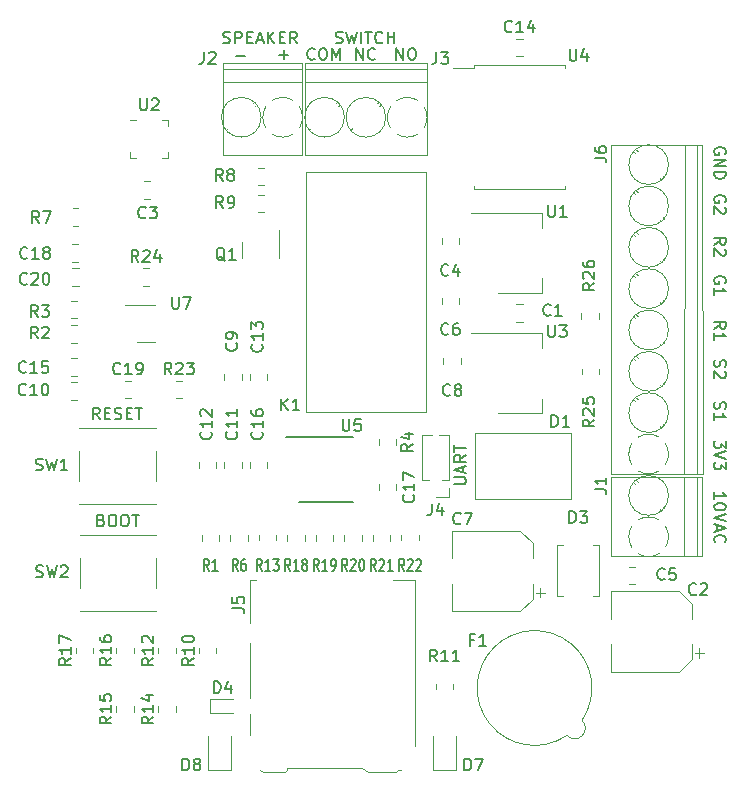
<source format=gbr>
%TF.GenerationSoftware,KiCad,Pcbnew,(7.0.0-0)*%
%TF.CreationDate,2023-06-26T00:58:41+02:00*%
%TF.ProjectId,door_bell,646f6f72-5f62-4656-9c6c-2e6b69636164,rev?*%
%TF.SameCoordinates,Original*%
%TF.FileFunction,Legend,Top*%
%TF.FilePolarity,Positive*%
%FSLAX46Y46*%
G04 Gerber Fmt 4.6, Leading zero omitted, Abs format (unit mm)*
G04 Created by KiCad (PCBNEW (7.0.0-0)) date 2023-06-26 00:58:41*
%MOMM*%
%LPD*%
G01*
G04 APERTURE LIST*
%ADD10C,0.153000*%
%ADD11C,0.100000*%
%ADD12C,0.120000*%
%ADD13C,0.150000*%
G04 APERTURE END LIST*
D10*
X171413619Y-95757904D02*
X171413619Y-95186476D01*
X171413619Y-95472190D02*
X172413619Y-95472190D01*
X172413619Y-95472190D02*
X172270761Y-95376952D01*
X172270761Y-95376952D02*
X172175523Y-95281714D01*
X172175523Y-95281714D02*
X172127904Y-95186476D01*
X172413619Y-96376952D02*
X172413619Y-96472190D01*
X172413619Y-96472190D02*
X172366000Y-96567428D01*
X172366000Y-96567428D02*
X172318380Y-96615047D01*
X172318380Y-96615047D02*
X172223142Y-96662666D01*
X172223142Y-96662666D02*
X172032666Y-96710285D01*
X172032666Y-96710285D02*
X171794571Y-96710285D01*
X171794571Y-96710285D02*
X171604095Y-96662666D01*
X171604095Y-96662666D02*
X171508857Y-96615047D01*
X171508857Y-96615047D02*
X171461238Y-96567428D01*
X171461238Y-96567428D02*
X171413619Y-96472190D01*
X171413619Y-96472190D02*
X171413619Y-96376952D01*
X171413619Y-96376952D02*
X171461238Y-96281714D01*
X171461238Y-96281714D02*
X171508857Y-96234095D01*
X171508857Y-96234095D02*
X171604095Y-96186476D01*
X171604095Y-96186476D02*
X171794571Y-96138857D01*
X171794571Y-96138857D02*
X172032666Y-96138857D01*
X172032666Y-96138857D02*
X172223142Y-96186476D01*
X172223142Y-96186476D02*
X172318380Y-96234095D01*
X172318380Y-96234095D02*
X172366000Y-96281714D01*
X172366000Y-96281714D02*
X172413619Y-96376952D01*
X172413619Y-96996000D02*
X171413619Y-97329333D01*
X171413619Y-97329333D02*
X172413619Y-97662666D01*
X171699333Y-97948381D02*
X171699333Y-98424571D01*
X171413619Y-97853143D02*
X172413619Y-98186476D01*
X172413619Y-98186476D02*
X171413619Y-98519809D01*
X171508857Y-99424571D02*
X171461238Y-99376952D01*
X171461238Y-99376952D02*
X171413619Y-99234095D01*
X171413619Y-99234095D02*
X171413619Y-99138857D01*
X171413619Y-99138857D02*
X171461238Y-98996000D01*
X171461238Y-98996000D02*
X171556476Y-98900762D01*
X171556476Y-98900762D02*
X171651714Y-98853143D01*
X171651714Y-98853143D02*
X171842190Y-98805524D01*
X171842190Y-98805524D02*
X171985047Y-98805524D01*
X171985047Y-98805524D02*
X172175523Y-98853143D01*
X172175523Y-98853143D02*
X172270761Y-98900762D01*
X172270761Y-98900762D02*
X172366000Y-98996000D01*
X172366000Y-98996000D02*
X172413619Y-99138857D01*
X172413619Y-99138857D02*
X172413619Y-99234095D01*
X172413619Y-99234095D02*
X172366000Y-99376952D01*
X172366000Y-99376952D02*
X172318380Y-99424571D01*
X171413619Y-74215523D02*
X171889809Y-73882190D01*
X171413619Y-73644095D02*
X172413619Y-73644095D01*
X172413619Y-73644095D02*
X172413619Y-74025047D01*
X172413619Y-74025047D02*
X172366000Y-74120285D01*
X172366000Y-74120285D02*
X172318380Y-74167904D01*
X172318380Y-74167904D02*
X172223142Y-74215523D01*
X172223142Y-74215523D02*
X172080285Y-74215523D01*
X172080285Y-74215523D02*
X171985047Y-74167904D01*
X171985047Y-74167904D02*
X171937428Y-74120285D01*
X171937428Y-74120285D02*
X171889809Y-74025047D01*
X171889809Y-74025047D02*
X171889809Y-73644095D01*
X172318380Y-74596476D02*
X172366000Y-74644095D01*
X172366000Y-74644095D02*
X172413619Y-74739333D01*
X172413619Y-74739333D02*
X172413619Y-74977428D01*
X172413619Y-74977428D02*
X172366000Y-75072666D01*
X172366000Y-75072666D02*
X172318380Y-75120285D01*
X172318380Y-75120285D02*
X172223142Y-75167904D01*
X172223142Y-75167904D02*
X172127904Y-75167904D01*
X172127904Y-75167904D02*
X171985047Y-75120285D01*
X171985047Y-75120285D02*
X171413619Y-74548857D01*
X171413619Y-74548857D02*
X171413619Y-75167904D01*
X119376723Y-89012580D02*
X119043390Y-88536390D01*
X118805295Y-89012580D02*
X118805295Y-88012580D01*
X118805295Y-88012580D02*
X119186247Y-88012580D01*
X119186247Y-88012580D02*
X119281485Y-88060200D01*
X119281485Y-88060200D02*
X119329104Y-88107819D01*
X119329104Y-88107819D02*
X119376723Y-88203057D01*
X119376723Y-88203057D02*
X119376723Y-88345914D01*
X119376723Y-88345914D02*
X119329104Y-88441152D01*
X119329104Y-88441152D02*
X119281485Y-88488771D01*
X119281485Y-88488771D02*
X119186247Y-88536390D01*
X119186247Y-88536390D02*
X118805295Y-88536390D01*
X119805295Y-88488771D02*
X120138628Y-88488771D01*
X120281485Y-89012580D02*
X119805295Y-89012580D01*
X119805295Y-89012580D02*
X119805295Y-88012580D01*
X119805295Y-88012580D02*
X120281485Y-88012580D01*
X120662438Y-88964961D02*
X120805295Y-89012580D01*
X120805295Y-89012580D02*
X121043390Y-89012580D01*
X121043390Y-89012580D02*
X121138628Y-88964961D01*
X121138628Y-88964961D02*
X121186247Y-88917342D01*
X121186247Y-88917342D02*
X121233866Y-88822104D01*
X121233866Y-88822104D02*
X121233866Y-88726866D01*
X121233866Y-88726866D02*
X121186247Y-88631628D01*
X121186247Y-88631628D02*
X121138628Y-88584009D01*
X121138628Y-88584009D02*
X121043390Y-88536390D01*
X121043390Y-88536390D02*
X120852914Y-88488771D01*
X120852914Y-88488771D02*
X120757676Y-88441152D01*
X120757676Y-88441152D02*
X120710057Y-88393533D01*
X120710057Y-88393533D02*
X120662438Y-88298295D01*
X120662438Y-88298295D02*
X120662438Y-88203057D01*
X120662438Y-88203057D02*
X120710057Y-88107819D01*
X120710057Y-88107819D02*
X120757676Y-88060200D01*
X120757676Y-88060200D02*
X120852914Y-88012580D01*
X120852914Y-88012580D02*
X121091009Y-88012580D01*
X121091009Y-88012580D02*
X121233866Y-88060200D01*
X121662438Y-88488771D02*
X121995771Y-88488771D01*
X122138628Y-89012580D02*
X121662438Y-89012580D01*
X121662438Y-89012580D02*
X121662438Y-88012580D01*
X121662438Y-88012580D02*
X122138628Y-88012580D01*
X122424343Y-88012580D02*
X122995771Y-88012580D01*
X122710057Y-89012580D02*
X122710057Y-88012580D01*
X134578095Y-58151428D02*
X135340000Y-58151428D01*
X134959047Y-58532380D02*
X134959047Y-57770476D01*
X172366000Y-66547904D02*
X172413619Y-66452666D01*
X172413619Y-66452666D02*
X172413619Y-66309809D01*
X172413619Y-66309809D02*
X172366000Y-66166952D01*
X172366000Y-66166952D02*
X172270761Y-66071714D01*
X172270761Y-66071714D02*
X172175523Y-66024095D01*
X172175523Y-66024095D02*
X171985047Y-65976476D01*
X171985047Y-65976476D02*
X171842190Y-65976476D01*
X171842190Y-65976476D02*
X171651714Y-66024095D01*
X171651714Y-66024095D02*
X171556476Y-66071714D01*
X171556476Y-66071714D02*
X171461238Y-66166952D01*
X171461238Y-66166952D02*
X171413619Y-66309809D01*
X171413619Y-66309809D02*
X171413619Y-66405047D01*
X171413619Y-66405047D02*
X171461238Y-66547904D01*
X171461238Y-66547904D02*
X171508857Y-66595523D01*
X171508857Y-66595523D02*
X171842190Y-66595523D01*
X171842190Y-66595523D02*
X171842190Y-66405047D01*
X171413619Y-67024095D02*
X172413619Y-67024095D01*
X172413619Y-67024095D02*
X171413619Y-67595523D01*
X171413619Y-67595523D02*
X172413619Y-67595523D01*
X171413619Y-68071714D02*
X172413619Y-68071714D01*
X172413619Y-68071714D02*
X172413619Y-68309809D01*
X172413619Y-68309809D02*
X172366000Y-68452666D01*
X172366000Y-68452666D02*
X172270761Y-68547904D01*
X172270761Y-68547904D02*
X172175523Y-68595523D01*
X172175523Y-68595523D02*
X171985047Y-68643142D01*
X171985047Y-68643142D02*
X171842190Y-68643142D01*
X171842190Y-68643142D02*
X171651714Y-68595523D01*
X171651714Y-68595523D02*
X171556476Y-68547904D01*
X171556476Y-68547904D02*
X171461238Y-68452666D01*
X171461238Y-68452666D02*
X171413619Y-68309809D01*
X171413619Y-68309809D02*
X171413619Y-68071714D01*
X171461238Y-84010476D02*
X171413619Y-84153333D01*
X171413619Y-84153333D02*
X171413619Y-84391428D01*
X171413619Y-84391428D02*
X171461238Y-84486666D01*
X171461238Y-84486666D02*
X171508857Y-84534285D01*
X171508857Y-84534285D02*
X171604095Y-84581904D01*
X171604095Y-84581904D02*
X171699333Y-84581904D01*
X171699333Y-84581904D02*
X171794571Y-84534285D01*
X171794571Y-84534285D02*
X171842190Y-84486666D01*
X171842190Y-84486666D02*
X171889809Y-84391428D01*
X171889809Y-84391428D02*
X171937428Y-84200952D01*
X171937428Y-84200952D02*
X171985047Y-84105714D01*
X171985047Y-84105714D02*
X172032666Y-84058095D01*
X172032666Y-84058095D02*
X172127904Y-84010476D01*
X172127904Y-84010476D02*
X172223142Y-84010476D01*
X172223142Y-84010476D02*
X172318380Y-84058095D01*
X172318380Y-84058095D02*
X172366000Y-84105714D01*
X172366000Y-84105714D02*
X172413619Y-84200952D01*
X172413619Y-84200952D02*
X172413619Y-84439047D01*
X172413619Y-84439047D02*
X172366000Y-84581904D01*
X172318380Y-84962857D02*
X172366000Y-85010476D01*
X172366000Y-85010476D02*
X172413619Y-85105714D01*
X172413619Y-85105714D02*
X172413619Y-85343809D01*
X172413619Y-85343809D02*
X172366000Y-85439047D01*
X172366000Y-85439047D02*
X172318380Y-85486666D01*
X172318380Y-85486666D02*
X172223142Y-85534285D01*
X172223142Y-85534285D02*
X172127904Y-85534285D01*
X172127904Y-85534285D02*
X171985047Y-85486666D01*
X171985047Y-85486666D02*
X171413619Y-84915238D01*
X171413619Y-84915238D02*
X171413619Y-85534285D01*
X139382476Y-57138761D02*
X139525333Y-57186380D01*
X139525333Y-57186380D02*
X139763428Y-57186380D01*
X139763428Y-57186380D02*
X139858666Y-57138761D01*
X139858666Y-57138761D02*
X139906285Y-57091142D01*
X139906285Y-57091142D02*
X139953904Y-56995904D01*
X139953904Y-56995904D02*
X139953904Y-56900666D01*
X139953904Y-56900666D02*
X139906285Y-56805428D01*
X139906285Y-56805428D02*
X139858666Y-56757809D01*
X139858666Y-56757809D02*
X139763428Y-56710190D01*
X139763428Y-56710190D02*
X139572952Y-56662571D01*
X139572952Y-56662571D02*
X139477714Y-56614952D01*
X139477714Y-56614952D02*
X139430095Y-56567333D01*
X139430095Y-56567333D02*
X139382476Y-56472095D01*
X139382476Y-56472095D02*
X139382476Y-56376857D01*
X139382476Y-56376857D02*
X139430095Y-56281619D01*
X139430095Y-56281619D02*
X139477714Y-56234000D01*
X139477714Y-56234000D02*
X139572952Y-56186380D01*
X139572952Y-56186380D02*
X139811047Y-56186380D01*
X139811047Y-56186380D02*
X139953904Y-56234000D01*
X140287238Y-56186380D02*
X140525333Y-57186380D01*
X140525333Y-57186380D02*
X140715809Y-56472095D01*
X140715809Y-56472095D02*
X140906285Y-57186380D01*
X140906285Y-57186380D02*
X141144381Y-56186380D01*
X141525333Y-57186380D02*
X141525333Y-56186380D01*
X141858666Y-56186380D02*
X142430094Y-56186380D01*
X142144380Y-57186380D02*
X142144380Y-56186380D01*
X143334856Y-57091142D02*
X143287237Y-57138761D01*
X143287237Y-57138761D02*
X143144380Y-57186380D01*
X143144380Y-57186380D02*
X143049142Y-57186380D01*
X143049142Y-57186380D02*
X142906285Y-57138761D01*
X142906285Y-57138761D02*
X142811047Y-57043523D01*
X142811047Y-57043523D02*
X142763428Y-56948285D01*
X142763428Y-56948285D02*
X142715809Y-56757809D01*
X142715809Y-56757809D02*
X142715809Y-56614952D01*
X142715809Y-56614952D02*
X142763428Y-56424476D01*
X142763428Y-56424476D02*
X142811047Y-56329238D01*
X142811047Y-56329238D02*
X142906285Y-56234000D01*
X142906285Y-56234000D02*
X143049142Y-56186380D01*
X143049142Y-56186380D02*
X143144380Y-56186380D01*
X143144380Y-56186380D02*
X143287237Y-56234000D01*
X143287237Y-56234000D02*
X143334856Y-56281619D01*
X143763428Y-57186380D02*
X143763428Y-56186380D01*
X143763428Y-56662571D02*
X144334856Y-56662571D01*
X144334856Y-57186380D02*
X144334856Y-56186380D01*
X137588523Y-58488142D02*
X137540904Y-58535761D01*
X137540904Y-58535761D02*
X137398047Y-58583380D01*
X137398047Y-58583380D02*
X137302809Y-58583380D01*
X137302809Y-58583380D02*
X137159952Y-58535761D01*
X137159952Y-58535761D02*
X137064714Y-58440523D01*
X137064714Y-58440523D02*
X137017095Y-58345285D01*
X137017095Y-58345285D02*
X136969476Y-58154809D01*
X136969476Y-58154809D02*
X136969476Y-58011952D01*
X136969476Y-58011952D02*
X137017095Y-57821476D01*
X137017095Y-57821476D02*
X137064714Y-57726238D01*
X137064714Y-57726238D02*
X137159952Y-57631000D01*
X137159952Y-57631000D02*
X137302809Y-57583380D01*
X137302809Y-57583380D02*
X137398047Y-57583380D01*
X137398047Y-57583380D02*
X137540904Y-57631000D01*
X137540904Y-57631000D02*
X137588523Y-57678619D01*
X138207571Y-57583380D02*
X138398047Y-57583380D01*
X138398047Y-57583380D02*
X138493285Y-57631000D01*
X138493285Y-57631000D02*
X138588523Y-57726238D01*
X138588523Y-57726238D02*
X138636142Y-57916714D01*
X138636142Y-57916714D02*
X138636142Y-58250047D01*
X138636142Y-58250047D02*
X138588523Y-58440523D01*
X138588523Y-58440523D02*
X138493285Y-58535761D01*
X138493285Y-58535761D02*
X138398047Y-58583380D01*
X138398047Y-58583380D02*
X138207571Y-58583380D01*
X138207571Y-58583380D02*
X138112333Y-58535761D01*
X138112333Y-58535761D02*
X138017095Y-58440523D01*
X138017095Y-58440523D02*
X137969476Y-58250047D01*
X137969476Y-58250047D02*
X137969476Y-57916714D01*
X137969476Y-57916714D02*
X138017095Y-57726238D01*
X138017095Y-57726238D02*
X138112333Y-57631000D01*
X138112333Y-57631000D02*
X138207571Y-57583380D01*
X139064714Y-58583380D02*
X139064714Y-57583380D01*
X139064714Y-57583380D02*
X139398047Y-58297666D01*
X139398047Y-58297666D02*
X139731380Y-57583380D01*
X139731380Y-57583380D02*
X139731380Y-58583380D01*
X129857476Y-57138761D02*
X130000333Y-57186380D01*
X130000333Y-57186380D02*
X130238428Y-57186380D01*
X130238428Y-57186380D02*
X130333666Y-57138761D01*
X130333666Y-57138761D02*
X130381285Y-57091142D01*
X130381285Y-57091142D02*
X130428904Y-56995904D01*
X130428904Y-56995904D02*
X130428904Y-56900666D01*
X130428904Y-56900666D02*
X130381285Y-56805428D01*
X130381285Y-56805428D02*
X130333666Y-56757809D01*
X130333666Y-56757809D02*
X130238428Y-56710190D01*
X130238428Y-56710190D02*
X130047952Y-56662571D01*
X130047952Y-56662571D02*
X129952714Y-56614952D01*
X129952714Y-56614952D02*
X129905095Y-56567333D01*
X129905095Y-56567333D02*
X129857476Y-56472095D01*
X129857476Y-56472095D02*
X129857476Y-56376857D01*
X129857476Y-56376857D02*
X129905095Y-56281619D01*
X129905095Y-56281619D02*
X129952714Y-56234000D01*
X129952714Y-56234000D02*
X130047952Y-56186380D01*
X130047952Y-56186380D02*
X130286047Y-56186380D01*
X130286047Y-56186380D02*
X130428904Y-56234000D01*
X130857476Y-57186380D02*
X130857476Y-56186380D01*
X130857476Y-56186380D02*
X131238428Y-56186380D01*
X131238428Y-56186380D02*
X131333666Y-56234000D01*
X131333666Y-56234000D02*
X131381285Y-56281619D01*
X131381285Y-56281619D02*
X131428904Y-56376857D01*
X131428904Y-56376857D02*
X131428904Y-56519714D01*
X131428904Y-56519714D02*
X131381285Y-56614952D01*
X131381285Y-56614952D02*
X131333666Y-56662571D01*
X131333666Y-56662571D02*
X131238428Y-56710190D01*
X131238428Y-56710190D02*
X130857476Y-56710190D01*
X131857476Y-56662571D02*
X132190809Y-56662571D01*
X132333666Y-57186380D02*
X131857476Y-57186380D01*
X131857476Y-57186380D02*
X131857476Y-56186380D01*
X131857476Y-56186380D02*
X132333666Y-56186380D01*
X132714619Y-56900666D02*
X133190809Y-56900666D01*
X132619381Y-57186380D02*
X132952714Y-56186380D01*
X132952714Y-56186380D02*
X133286047Y-57186380D01*
X133619381Y-57186380D02*
X133619381Y-56186380D01*
X134190809Y-57186380D02*
X133762238Y-56614952D01*
X134190809Y-56186380D02*
X133619381Y-56757809D01*
X134619381Y-56662571D02*
X134952714Y-56662571D01*
X135095571Y-57186380D02*
X134619381Y-57186380D01*
X134619381Y-57186380D02*
X134619381Y-56186380D01*
X134619381Y-56186380D02*
X135095571Y-56186380D01*
X136095571Y-57186380D02*
X135762238Y-56710190D01*
X135524143Y-57186380D02*
X135524143Y-56186380D01*
X135524143Y-56186380D02*
X135905095Y-56186380D01*
X135905095Y-56186380D02*
X136000333Y-56234000D01*
X136000333Y-56234000D02*
X136047952Y-56281619D01*
X136047952Y-56281619D02*
X136095571Y-56376857D01*
X136095571Y-56376857D02*
X136095571Y-56519714D01*
X136095571Y-56519714D02*
X136047952Y-56614952D01*
X136047952Y-56614952D02*
X136000333Y-56662571D01*
X136000333Y-56662571D02*
X135905095Y-56710190D01*
X135905095Y-56710190D02*
X135524143Y-56710190D01*
X172366000Y-70611904D02*
X172413619Y-70516666D01*
X172413619Y-70516666D02*
X172413619Y-70373809D01*
X172413619Y-70373809D02*
X172366000Y-70230952D01*
X172366000Y-70230952D02*
X172270761Y-70135714D01*
X172270761Y-70135714D02*
X172175523Y-70088095D01*
X172175523Y-70088095D02*
X171985047Y-70040476D01*
X171985047Y-70040476D02*
X171842190Y-70040476D01*
X171842190Y-70040476D02*
X171651714Y-70088095D01*
X171651714Y-70088095D02*
X171556476Y-70135714D01*
X171556476Y-70135714D02*
X171461238Y-70230952D01*
X171461238Y-70230952D02*
X171413619Y-70373809D01*
X171413619Y-70373809D02*
X171413619Y-70469047D01*
X171413619Y-70469047D02*
X171461238Y-70611904D01*
X171461238Y-70611904D02*
X171508857Y-70659523D01*
X171508857Y-70659523D02*
X171842190Y-70659523D01*
X171842190Y-70659523D02*
X171842190Y-70469047D01*
X172318380Y-71040476D02*
X172366000Y-71088095D01*
X172366000Y-71088095D02*
X172413619Y-71183333D01*
X172413619Y-71183333D02*
X172413619Y-71421428D01*
X172413619Y-71421428D02*
X172366000Y-71516666D01*
X172366000Y-71516666D02*
X172318380Y-71564285D01*
X172318380Y-71564285D02*
X172223142Y-71611904D01*
X172223142Y-71611904D02*
X172127904Y-71611904D01*
X172127904Y-71611904D02*
X171985047Y-71564285D01*
X171985047Y-71564285D02*
X171413619Y-70992857D01*
X171413619Y-70992857D02*
X171413619Y-71611904D01*
X171413619Y-81327523D02*
X171889809Y-80994190D01*
X171413619Y-80756095D02*
X172413619Y-80756095D01*
X172413619Y-80756095D02*
X172413619Y-81137047D01*
X172413619Y-81137047D02*
X172366000Y-81232285D01*
X172366000Y-81232285D02*
X172318380Y-81279904D01*
X172318380Y-81279904D02*
X172223142Y-81327523D01*
X172223142Y-81327523D02*
X172080285Y-81327523D01*
X172080285Y-81327523D02*
X171985047Y-81279904D01*
X171985047Y-81279904D02*
X171937428Y-81232285D01*
X171937428Y-81232285D02*
X171889809Y-81137047D01*
X171889809Y-81137047D02*
X171889809Y-80756095D01*
X171413619Y-82279904D02*
X171413619Y-81708476D01*
X171413619Y-81994190D02*
X172413619Y-81994190D01*
X172413619Y-81994190D02*
X172270761Y-81898952D01*
X172270761Y-81898952D02*
X172175523Y-81803714D01*
X172175523Y-81803714D02*
X172127904Y-81708476D01*
X119519628Y-97556571D02*
X119662485Y-97604190D01*
X119662485Y-97604190D02*
X119710104Y-97651809D01*
X119710104Y-97651809D02*
X119757723Y-97747047D01*
X119757723Y-97747047D02*
X119757723Y-97889904D01*
X119757723Y-97889904D02*
X119710104Y-97985142D01*
X119710104Y-97985142D02*
X119662485Y-98032761D01*
X119662485Y-98032761D02*
X119567247Y-98080380D01*
X119567247Y-98080380D02*
X119186295Y-98080380D01*
X119186295Y-98080380D02*
X119186295Y-97080380D01*
X119186295Y-97080380D02*
X119519628Y-97080380D01*
X119519628Y-97080380D02*
X119614866Y-97128000D01*
X119614866Y-97128000D02*
X119662485Y-97175619D01*
X119662485Y-97175619D02*
X119710104Y-97270857D01*
X119710104Y-97270857D02*
X119710104Y-97366095D01*
X119710104Y-97366095D02*
X119662485Y-97461333D01*
X119662485Y-97461333D02*
X119614866Y-97508952D01*
X119614866Y-97508952D02*
X119519628Y-97556571D01*
X119519628Y-97556571D02*
X119186295Y-97556571D01*
X120376771Y-97080380D02*
X120567247Y-97080380D01*
X120567247Y-97080380D02*
X120662485Y-97128000D01*
X120662485Y-97128000D02*
X120757723Y-97223238D01*
X120757723Y-97223238D02*
X120805342Y-97413714D01*
X120805342Y-97413714D02*
X120805342Y-97747047D01*
X120805342Y-97747047D02*
X120757723Y-97937523D01*
X120757723Y-97937523D02*
X120662485Y-98032761D01*
X120662485Y-98032761D02*
X120567247Y-98080380D01*
X120567247Y-98080380D02*
X120376771Y-98080380D01*
X120376771Y-98080380D02*
X120281533Y-98032761D01*
X120281533Y-98032761D02*
X120186295Y-97937523D01*
X120186295Y-97937523D02*
X120138676Y-97747047D01*
X120138676Y-97747047D02*
X120138676Y-97413714D01*
X120138676Y-97413714D02*
X120186295Y-97223238D01*
X120186295Y-97223238D02*
X120281533Y-97128000D01*
X120281533Y-97128000D02*
X120376771Y-97080380D01*
X121424390Y-97080380D02*
X121614866Y-97080380D01*
X121614866Y-97080380D02*
X121710104Y-97128000D01*
X121710104Y-97128000D02*
X121805342Y-97223238D01*
X121805342Y-97223238D02*
X121852961Y-97413714D01*
X121852961Y-97413714D02*
X121852961Y-97747047D01*
X121852961Y-97747047D02*
X121805342Y-97937523D01*
X121805342Y-97937523D02*
X121710104Y-98032761D01*
X121710104Y-98032761D02*
X121614866Y-98080380D01*
X121614866Y-98080380D02*
X121424390Y-98080380D01*
X121424390Y-98080380D02*
X121329152Y-98032761D01*
X121329152Y-98032761D02*
X121233914Y-97937523D01*
X121233914Y-97937523D02*
X121186295Y-97747047D01*
X121186295Y-97747047D02*
X121186295Y-97413714D01*
X121186295Y-97413714D02*
X121233914Y-97223238D01*
X121233914Y-97223238D02*
X121329152Y-97128000D01*
X121329152Y-97128000D02*
X121424390Y-97080380D01*
X122138676Y-97080380D02*
X122710104Y-97080380D01*
X122424390Y-98080380D02*
X122424390Y-97080380D01*
X172366000Y-77469904D02*
X172413619Y-77374666D01*
X172413619Y-77374666D02*
X172413619Y-77231809D01*
X172413619Y-77231809D02*
X172366000Y-77088952D01*
X172366000Y-77088952D02*
X172270761Y-76993714D01*
X172270761Y-76993714D02*
X172175523Y-76946095D01*
X172175523Y-76946095D02*
X171985047Y-76898476D01*
X171985047Y-76898476D02*
X171842190Y-76898476D01*
X171842190Y-76898476D02*
X171651714Y-76946095D01*
X171651714Y-76946095D02*
X171556476Y-76993714D01*
X171556476Y-76993714D02*
X171461238Y-77088952D01*
X171461238Y-77088952D02*
X171413619Y-77231809D01*
X171413619Y-77231809D02*
X171413619Y-77327047D01*
X171413619Y-77327047D02*
X171461238Y-77469904D01*
X171461238Y-77469904D02*
X171508857Y-77517523D01*
X171508857Y-77517523D02*
X171842190Y-77517523D01*
X171842190Y-77517523D02*
X171842190Y-77327047D01*
X171413619Y-78469904D02*
X171413619Y-77898476D01*
X171413619Y-78184190D02*
X172413619Y-78184190D01*
X172413619Y-78184190D02*
X172270761Y-78088952D01*
X172270761Y-78088952D02*
X172175523Y-77993714D01*
X172175523Y-77993714D02*
X172127904Y-77898476D01*
X144510095Y-58583380D02*
X144510095Y-57583380D01*
X144510095Y-57583380D02*
X145081523Y-58583380D01*
X145081523Y-58583380D02*
X145081523Y-57583380D01*
X145748190Y-57583380D02*
X145938666Y-57583380D01*
X145938666Y-57583380D02*
X146033904Y-57631000D01*
X146033904Y-57631000D02*
X146129142Y-57726238D01*
X146129142Y-57726238D02*
X146176761Y-57916714D01*
X146176761Y-57916714D02*
X146176761Y-58250047D01*
X146176761Y-58250047D02*
X146129142Y-58440523D01*
X146129142Y-58440523D02*
X146033904Y-58535761D01*
X146033904Y-58535761D02*
X145938666Y-58583380D01*
X145938666Y-58583380D02*
X145748190Y-58583380D01*
X145748190Y-58583380D02*
X145652952Y-58535761D01*
X145652952Y-58535761D02*
X145557714Y-58440523D01*
X145557714Y-58440523D02*
X145510095Y-58250047D01*
X145510095Y-58250047D02*
X145510095Y-57916714D01*
X145510095Y-57916714D02*
X145557714Y-57726238D01*
X145557714Y-57726238D02*
X145652952Y-57631000D01*
X145652952Y-57631000D02*
X145748190Y-57583380D01*
X149404380Y-94503904D02*
X150213904Y-94503904D01*
X150213904Y-94503904D02*
X150309142Y-94456285D01*
X150309142Y-94456285D02*
X150356761Y-94408666D01*
X150356761Y-94408666D02*
X150404380Y-94313428D01*
X150404380Y-94313428D02*
X150404380Y-94122952D01*
X150404380Y-94122952D02*
X150356761Y-94027714D01*
X150356761Y-94027714D02*
X150309142Y-93980095D01*
X150309142Y-93980095D02*
X150213904Y-93932476D01*
X150213904Y-93932476D02*
X149404380Y-93932476D01*
X150118666Y-93503904D02*
X150118666Y-93027714D01*
X150404380Y-93599142D02*
X149404380Y-93265809D01*
X149404380Y-93265809D02*
X150404380Y-92932476D01*
X150404380Y-92027714D02*
X149928190Y-92361047D01*
X150404380Y-92599142D02*
X149404380Y-92599142D01*
X149404380Y-92599142D02*
X149404380Y-92218190D01*
X149404380Y-92218190D02*
X149452000Y-92122952D01*
X149452000Y-92122952D02*
X149499619Y-92075333D01*
X149499619Y-92075333D02*
X149594857Y-92027714D01*
X149594857Y-92027714D02*
X149737714Y-92027714D01*
X149737714Y-92027714D02*
X149832952Y-92075333D01*
X149832952Y-92075333D02*
X149880571Y-92122952D01*
X149880571Y-92122952D02*
X149928190Y-92218190D01*
X149928190Y-92218190D02*
X149928190Y-92599142D01*
X149404380Y-91741999D02*
X149404380Y-91170571D01*
X150404380Y-91456285D02*
X149404380Y-91456285D01*
X171461238Y-87566476D02*
X171413619Y-87709333D01*
X171413619Y-87709333D02*
X171413619Y-87947428D01*
X171413619Y-87947428D02*
X171461238Y-88042666D01*
X171461238Y-88042666D02*
X171508857Y-88090285D01*
X171508857Y-88090285D02*
X171604095Y-88137904D01*
X171604095Y-88137904D02*
X171699333Y-88137904D01*
X171699333Y-88137904D02*
X171794571Y-88090285D01*
X171794571Y-88090285D02*
X171842190Y-88042666D01*
X171842190Y-88042666D02*
X171889809Y-87947428D01*
X171889809Y-87947428D02*
X171937428Y-87756952D01*
X171937428Y-87756952D02*
X171985047Y-87661714D01*
X171985047Y-87661714D02*
X172032666Y-87614095D01*
X172032666Y-87614095D02*
X172127904Y-87566476D01*
X172127904Y-87566476D02*
X172223142Y-87566476D01*
X172223142Y-87566476D02*
X172318380Y-87614095D01*
X172318380Y-87614095D02*
X172366000Y-87661714D01*
X172366000Y-87661714D02*
X172413619Y-87756952D01*
X172413619Y-87756952D02*
X172413619Y-87995047D01*
X172413619Y-87995047D02*
X172366000Y-88137904D01*
X171413619Y-89090285D02*
X171413619Y-88518857D01*
X171413619Y-88804571D02*
X172413619Y-88804571D01*
X172413619Y-88804571D02*
X172270761Y-88709333D01*
X172270761Y-88709333D02*
X172175523Y-88614095D01*
X172175523Y-88614095D02*
X172127904Y-88518857D01*
X130898095Y-58221428D02*
X131660000Y-58221428D01*
X141081095Y-58583380D02*
X141081095Y-57583380D01*
X141081095Y-57583380D02*
X141652523Y-58583380D01*
X141652523Y-58583380D02*
X141652523Y-57583380D01*
X142700142Y-58488142D02*
X142652523Y-58535761D01*
X142652523Y-58535761D02*
X142509666Y-58583380D01*
X142509666Y-58583380D02*
X142414428Y-58583380D01*
X142414428Y-58583380D02*
X142271571Y-58535761D01*
X142271571Y-58535761D02*
X142176333Y-58440523D01*
X142176333Y-58440523D02*
X142128714Y-58345285D01*
X142128714Y-58345285D02*
X142081095Y-58154809D01*
X142081095Y-58154809D02*
X142081095Y-58011952D01*
X142081095Y-58011952D02*
X142128714Y-57821476D01*
X142128714Y-57821476D02*
X142176333Y-57726238D01*
X142176333Y-57726238D02*
X142271571Y-57631000D01*
X142271571Y-57631000D02*
X142414428Y-57583380D01*
X142414428Y-57583380D02*
X142509666Y-57583380D01*
X142509666Y-57583380D02*
X142652523Y-57631000D01*
X142652523Y-57631000D02*
X142700142Y-57678619D01*
X172413619Y-90820857D02*
X172413619Y-91439904D01*
X172413619Y-91439904D02*
X172032666Y-91106571D01*
X172032666Y-91106571D02*
X172032666Y-91249428D01*
X172032666Y-91249428D02*
X171985047Y-91344666D01*
X171985047Y-91344666D02*
X171937428Y-91392285D01*
X171937428Y-91392285D02*
X171842190Y-91439904D01*
X171842190Y-91439904D02*
X171604095Y-91439904D01*
X171604095Y-91439904D02*
X171508857Y-91392285D01*
X171508857Y-91392285D02*
X171461238Y-91344666D01*
X171461238Y-91344666D02*
X171413619Y-91249428D01*
X171413619Y-91249428D02*
X171413619Y-90963714D01*
X171413619Y-90963714D02*
X171461238Y-90868476D01*
X171461238Y-90868476D02*
X171508857Y-90820857D01*
X172413619Y-91725619D02*
X171413619Y-92058952D01*
X171413619Y-92058952D02*
X172413619Y-92392285D01*
X172413619Y-92630381D02*
X172413619Y-93249428D01*
X172413619Y-93249428D02*
X172032666Y-92916095D01*
X172032666Y-92916095D02*
X172032666Y-93058952D01*
X172032666Y-93058952D02*
X171985047Y-93154190D01*
X171985047Y-93154190D02*
X171937428Y-93201809D01*
X171937428Y-93201809D02*
X171842190Y-93249428D01*
X171842190Y-93249428D02*
X171604095Y-93249428D01*
X171604095Y-93249428D02*
X171508857Y-93201809D01*
X171508857Y-93201809D02*
X171461238Y-93154190D01*
X171461238Y-93154190D02*
X171413619Y-93058952D01*
X171413619Y-93058952D02*
X171413619Y-92773238D01*
X171413619Y-92773238D02*
X171461238Y-92678000D01*
X171461238Y-92678000D02*
X171508857Y-92630381D01*
%TO.C,K1*%
X134770905Y-88251380D02*
X134770905Y-87251380D01*
X135342333Y-88251380D02*
X134913762Y-87679952D01*
X135342333Y-87251380D02*
X134770905Y-87822809D01*
X136294714Y-88251380D02*
X135723286Y-88251380D01*
X136009000Y-88251380D02*
X136009000Y-87251380D01*
X136009000Y-87251380D02*
X135913762Y-87394238D01*
X135913762Y-87394238D02*
X135818524Y-87489476D01*
X135818524Y-87489476D02*
X135723286Y-87537095D01*
%TO.C,R25*%
X161276380Y-89034857D02*
X160800190Y-89368190D01*
X161276380Y-89606285D02*
X160276380Y-89606285D01*
X160276380Y-89606285D02*
X160276380Y-89225333D01*
X160276380Y-89225333D02*
X160324000Y-89130095D01*
X160324000Y-89130095D02*
X160371619Y-89082476D01*
X160371619Y-89082476D02*
X160466857Y-89034857D01*
X160466857Y-89034857D02*
X160609714Y-89034857D01*
X160609714Y-89034857D02*
X160704952Y-89082476D01*
X160704952Y-89082476D02*
X160752571Y-89130095D01*
X160752571Y-89130095D02*
X160800190Y-89225333D01*
X160800190Y-89225333D02*
X160800190Y-89606285D01*
X160371619Y-88653904D02*
X160324000Y-88606285D01*
X160324000Y-88606285D02*
X160276380Y-88511047D01*
X160276380Y-88511047D02*
X160276380Y-88272952D01*
X160276380Y-88272952D02*
X160324000Y-88177714D01*
X160324000Y-88177714D02*
X160371619Y-88130095D01*
X160371619Y-88130095D02*
X160466857Y-88082476D01*
X160466857Y-88082476D02*
X160562095Y-88082476D01*
X160562095Y-88082476D02*
X160704952Y-88130095D01*
X160704952Y-88130095D02*
X161276380Y-88701523D01*
X161276380Y-88701523D02*
X161276380Y-88082476D01*
X160276380Y-87177714D02*
X160276380Y-87653904D01*
X160276380Y-87653904D02*
X160752571Y-87701523D01*
X160752571Y-87701523D02*
X160704952Y-87653904D01*
X160704952Y-87653904D02*
X160657333Y-87558666D01*
X160657333Y-87558666D02*
X160657333Y-87320571D01*
X160657333Y-87320571D02*
X160704952Y-87225333D01*
X160704952Y-87225333D02*
X160752571Y-87177714D01*
X160752571Y-87177714D02*
X160847809Y-87130095D01*
X160847809Y-87130095D02*
X161085904Y-87130095D01*
X161085904Y-87130095D02*
X161181142Y-87177714D01*
X161181142Y-87177714D02*
X161228761Y-87225333D01*
X161228761Y-87225333D02*
X161276380Y-87320571D01*
X161276380Y-87320571D02*
X161276380Y-87558666D01*
X161276380Y-87558666D02*
X161228761Y-87653904D01*
X161228761Y-87653904D02*
X161181142Y-87701523D01*
%TO.C,J5*%
X130626980Y-105015933D02*
X131341266Y-105015933D01*
X131341266Y-105015933D02*
X131484123Y-105063552D01*
X131484123Y-105063552D02*
X131579361Y-105158790D01*
X131579361Y-105158790D02*
X131626980Y-105301647D01*
X131626980Y-105301647D02*
X131626980Y-105396885D01*
X130626980Y-104063552D02*
X130626980Y-104539742D01*
X130626980Y-104539742D02*
X131103171Y-104587361D01*
X131103171Y-104587361D02*
X131055552Y-104539742D01*
X131055552Y-104539742D02*
X131007933Y-104444504D01*
X131007933Y-104444504D02*
X131007933Y-104206409D01*
X131007933Y-104206409D02*
X131055552Y-104111171D01*
X131055552Y-104111171D02*
X131103171Y-104063552D01*
X131103171Y-104063552D02*
X131198409Y-104015933D01*
X131198409Y-104015933D02*
X131436504Y-104015933D01*
X131436504Y-104015933D02*
X131531742Y-104063552D01*
X131531742Y-104063552D02*
X131579361Y-104111171D01*
X131579361Y-104111171D02*
X131626980Y-104206409D01*
X131626980Y-104206409D02*
X131626980Y-104444504D01*
X131626980Y-104444504D02*
X131579361Y-104539742D01*
X131579361Y-104539742D02*
X131531742Y-104587361D01*
%TO.C,F1*%
X151050666Y-107666571D02*
X150717333Y-107666571D01*
X150717333Y-108190380D02*
X150717333Y-107190380D01*
X150717333Y-107190380D02*
X151193523Y-107190380D01*
X152098285Y-108190380D02*
X151526857Y-108190380D01*
X151812571Y-108190380D02*
X151812571Y-107190380D01*
X151812571Y-107190380D02*
X151717333Y-107333238D01*
X151717333Y-107333238D02*
X151622095Y-107428476D01*
X151622095Y-107428476D02*
X151526857Y-107476095D01*
%TO.C,R21*%
X142773856Y-101840380D02*
X142523856Y-101364190D01*
X142345285Y-101840380D02*
X142345285Y-100840380D01*
X142345285Y-100840380D02*
X142630999Y-100840380D01*
X142630999Y-100840380D02*
X142702428Y-100888000D01*
X142702428Y-100888000D02*
X142738142Y-100935619D01*
X142738142Y-100935619D02*
X142773856Y-101030857D01*
X142773856Y-101030857D02*
X142773856Y-101173714D01*
X142773856Y-101173714D02*
X142738142Y-101268952D01*
X142738142Y-101268952D02*
X142702428Y-101316571D01*
X142702428Y-101316571D02*
X142630999Y-101364190D01*
X142630999Y-101364190D02*
X142345285Y-101364190D01*
X143059571Y-100935619D02*
X143095285Y-100888000D01*
X143095285Y-100888000D02*
X143166714Y-100840380D01*
X143166714Y-100840380D02*
X143345285Y-100840380D01*
X143345285Y-100840380D02*
X143416714Y-100888000D01*
X143416714Y-100888000D02*
X143452428Y-100935619D01*
X143452428Y-100935619D02*
X143488142Y-101030857D01*
X143488142Y-101030857D02*
X143488142Y-101126095D01*
X143488142Y-101126095D02*
X143452428Y-101268952D01*
X143452428Y-101268952D02*
X143023856Y-101840380D01*
X143023856Y-101840380D02*
X143488142Y-101840380D01*
X144202428Y-101840380D02*
X143773857Y-101840380D01*
X143988142Y-101840380D02*
X143988142Y-100840380D01*
X143988142Y-100840380D02*
X143916714Y-100983238D01*
X143916714Y-100983238D02*
X143845285Y-101078476D01*
X143845285Y-101078476D02*
X143773857Y-101126095D01*
%TO.C,R14*%
X123938380Y-114180857D02*
X123462190Y-114514190D01*
X123938380Y-114752285D02*
X122938380Y-114752285D01*
X122938380Y-114752285D02*
X122938380Y-114371333D01*
X122938380Y-114371333D02*
X122986000Y-114276095D01*
X122986000Y-114276095D02*
X123033619Y-114228476D01*
X123033619Y-114228476D02*
X123128857Y-114180857D01*
X123128857Y-114180857D02*
X123271714Y-114180857D01*
X123271714Y-114180857D02*
X123366952Y-114228476D01*
X123366952Y-114228476D02*
X123414571Y-114276095D01*
X123414571Y-114276095D02*
X123462190Y-114371333D01*
X123462190Y-114371333D02*
X123462190Y-114752285D01*
X123938380Y-113228476D02*
X123938380Y-113799904D01*
X123938380Y-113514190D02*
X122938380Y-113514190D01*
X122938380Y-113514190D02*
X123081238Y-113609428D01*
X123081238Y-113609428D02*
X123176476Y-113704666D01*
X123176476Y-113704666D02*
X123224095Y-113799904D01*
X123271714Y-112371333D02*
X123938380Y-112371333D01*
X122890761Y-112609428D02*
X123605047Y-112847523D01*
X123605047Y-112847523D02*
X123605047Y-112228476D01*
%TO.C,D1*%
X157630905Y-89648380D02*
X157630905Y-88648380D01*
X157630905Y-88648380D02*
X157869000Y-88648380D01*
X157869000Y-88648380D02*
X158011857Y-88696000D01*
X158011857Y-88696000D02*
X158107095Y-88791238D01*
X158107095Y-88791238D02*
X158154714Y-88886476D01*
X158154714Y-88886476D02*
X158202333Y-89076952D01*
X158202333Y-89076952D02*
X158202333Y-89219809D01*
X158202333Y-89219809D02*
X158154714Y-89410285D01*
X158154714Y-89410285D02*
X158107095Y-89505523D01*
X158107095Y-89505523D02*
X158011857Y-89600761D01*
X158011857Y-89600761D02*
X157869000Y-89648380D01*
X157869000Y-89648380D02*
X157630905Y-89648380D01*
X159154714Y-89648380D02*
X158583286Y-89648380D01*
X158869000Y-89648380D02*
X158869000Y-88648380D01*
X158869000Y-88648380D02*
X158773762Y-88791238D01*
X158773762Y-88791238D02*
X158678524Y-88886476D01*
X158678524Y-88886476D02*
X158583286Y-88934095D01*
%TO.C,R13*%
X133121856Y-101840380D02*
X132871856Y-101364190D01*
X132693285Y-101840380D02*
X132693285Y-100840380D01*
X132693285Y-100840380D02*
X132978999Y-100840380D01*
X132978999Y-100840380D02*
X133050428Y-100888000D01*
X133050428Y-100888000D02*
X133086142Y-100935619D01*
X133086142Y-100935619D02*
X133121856Y-101030857D01*
X133121856Y-101030857D02*
X133121856Y-101173714D01*
X133121856Y-101173714D02*
X133086142Y-101268952D01*
X133086142Y-101268952D02*
X133050428Y-101316571D01*
X133050428Y-101316571D02*
X132978999Y-101364190D01*
X132978999Y-101364190D02*
X132693285Y-101364190D01*
X133836142Y-101840380D02*
X133407571Y-101840380D01*
X133621856Y-101840380D02*
X133621856Y-100840380D01*
X133621856Y-100840380D02*
X133550428Y-100983238D01*
X133550428Y-100983238D02*
X133478999Y-101078476D01*
X133478999Y-101078476D02*
X133407571Y-101126095D01*
X134086142Y-100840380D02*
X134550428Y-100840380D01*
X134550428Y-100840380D02*
X134300428Y-101221333D01*
X134300428Y-101221333D02*
X134407571Y-101221333D01*
X134407571Y-101221333D02*
X134479000Y-101268952D01*
X134479000Y-101268952D02*
X134514714Y-101316571D01*
X134514714Y-101316571D02*
X134550428Y-101411809D01*
X134550428Y-101411809D02*
X134550428Y-101649904D01*
X134550428Y-101649904D02*
X134514714Y-101745142D01*
X134514714Y-101745142D02*
X134479000Y-101792761D01*
X134479000Y-101792761D02*
X134407571Y-101840380D01*
X134407571Y-101840380D02*
X134193285Y-101840380D01*
X134193285Y-101840380D02*
X134121857Y-101792761D01*
X134121857Y-101792761D02*
X134086142Y-101745142D01*
%TO.C,R26*%
X161276380Y-77477857D02*
X160800190Y-77811190D01*
X161276380Y-78049285D02*
X160276380Y-78049285D01*
X160276380Y-78049285D02*
X160276380Y-77668333D01*
X160276380Y-77668333D02*
X160324000Y-77573095D01*
X160324000Y-77573095D02*
X160371619Y-77525476D01*
X160371619Y-77525476D02*
X160466857Y-77477857D01*
X160466857Y-77477857D02*
X160609714Y-77477857D01*
X160609714Y-77477857D02*
X160704952Y-77525476D01*
X160704952Y-77525476D02*
X160752571Y-77573095D01*
X160752571Y-77573095D02*
X160800190Y-77668333D01*
X160800190Y-77668333D02*
X160800190Y-78049285D01*
X160371619Y-77096904D02*
X160324000Y-77049285D01*
X160324000Y-77049285D02*
X160276380Y-76954047D01*
X160276380Y-76954047D02*
X160276380Y-76715952D01*
X160276380Y-76715952D02*
X160324000Y-76620714D01*
X160324000Y-76620714D02*
X160371619Y-76573095D01*
X160371619Y-76573095D02*
X160466857Y-76525476D01*
X160466857Y-76525476D02*
X160562095Y-76525476D01*
X160562095Y-76525476D02*
X160704952Y-76573095D01*
X160704952Y-76573095D02*
X161276380Y-77144523D01*
X161276380Y-77144523D02*
X161276380Y-76525476D01*
X160276380Y-75668333D02*
X160276380Y-75858809D01*
X160276380Y-75858809D02*
X160324000Y-75954047D01*
X160324000Y-75954047D02*
X160371619Y-76001666D01*
X160371619Y-76001666D02*
X160514476Y-76096904D01*
X160514476Y-76096904D02*
X160704952Y-76144523D01*
X160704952Y-76144523D02*
X161085904Y-76144523D01*
X161085904Y-76144523D02*
X161181142Y-76096904D01*
X161181142Y-76096904D02*
X161228761Y-76049285D01*
X161228761Y-76049285D02*
X161276380Y-75954047D01*
X161276380Y-75954047D02*
X161276380Y-75763571D01*
X161276380Y-75763571D02*
X161228761Y-75668333D01*
X161228761Y-75668333D02*
X161181142Y-75620714D01*
X161181142Y-75620714D02*
X161085904Y-75573095D01*
X161085904Y-75573095D02*
X160847809Y-75573095D01*
X160847809Y-75573095D02*
X160752571Y-75620714D01*
X160752571Y-75620714D02*
X160704952Y-75668333D01*
X160704952Y-75668333D02*
X160657333Y-75763571D01*
X160657333Y-75763571D02*
X160657333Y-75954047D01*
X160657333Y-75954047D02*
X160704952Y-76049285D01*
X160704952Y-76049285D02*
X160752571Y-76096904D01*
X160752571Y-76096904D02*
X160847809Y-76144523D01*
%TO.C,R12*%
X123938380Y-109227857D02*
X123462190Y-109561190D01*
X123938380Y-109799285D02*
X122938380Y-109799285D01*
X122938380Y-109799285D02*
X122938380Y-109418333D01*
X122938380Y-109418333D02*
X122986000Y-109323095D01*
X122986000Y-109323095D02*
X123033619Y-109275476D01*
X123033619Y-109275476D02*
X123128857Y-109227857D01*
X123128857Y-109227857D02*
X123271714Y-109227857D01*
X123271714Y-109227857D02*
X123366952Y-109275476D01*
X123366952Y-109275476D02*
X123414571Y-109323095D01*
X123414571Y-109323095D02*
X123462190Y-109418333D01*
X123462190Y-109418333D02*
X123462190Y-109799285D01*
X123938380Y-108275476D02*
X123938380Y-108846904D01*
X123938380Y-108561190D02*
X122938380Y-108561190D01*
X122938380Y-108561190D02*
X123081238Y-108656428D01*
X123081238Y-108656428D02*
X123176476Y-108751666D01*
X123176476Y-108751666D02*
X123224095Y-108846904D01*
X123033619Y-107894523D02*
X122986000Y-107846904D01*
X122986000Y-107846904D02*
X122938380Y-107751666D01*
X122938380Y-107751666D02*
X122938380Y-107513571D01*
X122938380Y-107513571D02*
X122986000Y-107418333D01*
X122986000Y-107418333D02*
X123033619Y-107370714D01*
X123033619Y-107370714D02*
X123128857Y-107323095D01*
X123128857Y-107323095D02*
X123224095Y-107323095D01*
X123224095Y-107323095D02*
X123366952Y-107370714D01*
X123366952Y-107370714D02*
X123938380Y-107942142D01*
X123938380Y-107942142D02*
X123938380Y-107323095D01*
%TO.C,C9*%
X130955142Y-82568166D02*
X131002761Y-82615785D01*
X131002761Y-82615785D02*
X131050380Y-82758642D01*
X131050380Y-82758642D02*
X131050380Y-82853880D01*
X131050380Y-82853880D02*
X131002761Y-82996737D01*
X131002761Y-82996737D02*
X130907523Y-83091975D01*
X130907523Y-83091975D02*
X130812285Y-83139594D01*
X130812285Y-83139594D02*
X130621809Y-83187213D01*
X130621809Y-83187213D02*
X130478952Y-83187213D01*
X130478952Y-83187213D02*
X130288476Y-83139594D01*
X130288476Y-83139594D02*
X130193238Y-83091975D01*
X130193238Y-83091975D02*
X130098000Y-82996737D01*
X130098000Y-82996737D02*
X130050380Y-82853880D01*
X130050380Y-82853880D02*
X130050380Y-82758642D01*
X130050380Y-82758642D02*
X130098000Y-82615785D01*
X130098000Y-82615785D02*
X130145619Y-82568166D01*
X131050380Y-82091975D02*
X131050380Y-81901499D01*
X131050380Y-81901499D02*
X131002761Y-81806261D01*
X131002761Y-81806261D02*
X130955142Y-81758642D01*
X130955142Y-81758642D02*
X130812285Y-81663404D01*
X130812285Y-81663404D02*
X130621809Y-81615785D01*
X130621809Y-81615785D02*
X130240857Y-81615785D01*
X130240857Y-81615785D02*
X130145619Y-81663404D01*
X130145619Y-81663404D02*
X130098000Y-81711023D01*
X130098000Y-81711023D02*
X130050380Y-81806261D01*
X130050380Y-81806261D02*
X130050380Y-81996737D01*
X130050380Y-81996737D02*
X130098000Y-82091975D01*
X130098000Y-82091975D02*
X130145619Y-82139594D01*
X130145619Y-82139594D02*
X130240857Y-82187213D01*
X130240857Y-82187213D02*
X130478952Y-82187213D01*
X130478952Y-82187213D02*
X130574190Y-82139594D01*
X130574190Y-82139594D02*
X130621809Y-82091975D01*
X130621809Y-82091975D02*
X130669428Y-81996737D01*
X130669428Y-81996737D02*
X130669428Y-81806261D01*
X130669428Y-81806261D02*
X130621809Y-81711023D01*
X130621809Y-81711023D02*
X130574190Y-81663404D01*
X130574190Y-81663404D02*
X130478952Y-81615785D01*
%TO.C,J1*%
X161292380Y-94948333D02*
X162006666Y-94948333D01*
X162006666Y-94948333D02*
X162149523Y-94995952D01*
X162149523Y-94995952D02*
X162244761Y-95091190D01*
X162244761Y-95091190D02*
X162292380Y-95234047D01*
X162292380Y-95234047D02*
X162292380Y-95329285D01*
X162292380Y-93948333D02*
X162292380Y-94519761D01*
X162292380Y-94234047D02*
X161292380Y-94234047D01*
X161292380Y-94234047D02*
X161435238Y-94329285D01*
X161435238Y-94329285D02*
X161530476Y-94424523D01*
X161530476Y-94424523D02*
X161578095Y-94519761D01*
%TO.C,R18*%
X135534856Y-101840380D02*
X135284856Y-101364190D01*
X135106285Y-101840380D02*
X135106285Y-100840380D01*
X135106285Y-100840380D02*
X135391999Y-100840380D01*
X135391999Y-100840380D02*
X135463428Y-100888000D01*
X135463428Y-100888000D02*
X135499142Y-100935619D01*
X135499142Y-100935619D02*
X135534856Y-101030857D01*
X135534856Y-101030857D02*
X135534856Y-101173714D01*
X135534856Y-101173714D02*
X135499142Y-101268952D01*
X135499142Y-101268952D02*
X135463428Y-101316571D01*
X135463428Y-101316571D02*
X135391999Y-101364190D01*
X135391999Y-101364190D02*
X135106285Y-101364190D01*
X136249142Y-101840380D02*
X135820571Y-101840380D01*
X136034856Y-101840380D02*
X136034856Y-100840380D01*
X136034856Y-100840380D02*
X135963428Y-100983238D01*
X135963428Y-100983238D02*
X135891999Y-101078476D01*
X135891999Y-101078476D02*
X135820571Y-101126095D01*
X136677714Y-101268952D02*
X136606285Y-101221333D01*
X136606285Y-101221333D02*
X136570571Y-101173714D01*
X136570571Y-101173714D02*
X136534857Y-101078476D01*
X136534857Y-101078476D02*
X136534857Y-101030857D01*
X136534857Y-101030857D02*
X136570571Y-100935619D01*
X136570571Y-100935619D02*
X136606285Y-100888000D01*
X136606285Y-100888000D02*
X136677714Y-100840380D01*
X136677714Y-100840380D02*
X136820571Y-100840380D01*
X136820571Y-100840380D02*
X136892000Y-100888000D01*
X136892000Y-100888000D02*
X136927714Y-100935619D01*
X136927714Y-100935619D02*
X136963428Y-101030857D01*
X136963428Y-101030857D02*
X136963428Y-101078476D01*
X136963428Y-101078476D02*
X136927714Y-101173714D01*
X136927714Y-101173714D02*
X136892000Y-101221333D01*
X136892000Y-101221333D02*
X136820571Y-101268952D01*
X136820571Y-101268952D02*
X136677714Y-101268952D01*
X136677714Y-101268952D02*
X136606285Y-101316571D01*
X136606285Y-101316571D02*
X136570571Y-101364190D01*
X136570571Y-101364190D02*
X136534857Y-101459428D01*
X136534857Y-101459428D02*
X136534857Y-101649904D01*
X136534857Y-101649904D02*
X136570571Y-101745142D01*
X136570571Y-101745142D02*
X136606285Y-101792761D01*
X136606285Y-101792761D02*
X136677714Y-101840380D01*
X136677714Y-101840380D02*
X136820571Y-101840380D01*
X136820571Y-101840380D02*
X136892000Y-101792761D01*
X136892000Y-101792761D02*
X136927714Y-101745142D01*
X136927714Y-101745142D02*
X136963428Y-101649904D01*
X136963428Y-101649904D02*
X136963428Y-101459428D01*
X136963428Y-101459428D02*
X136927714Y-101364190D01*
X136927714Y-101364190D02*
X136892000Y-101316571D01*
X136892000Y-101316571D02*
X136820571Y-101268952D01*
%TO.C,C2*%
X169886333Y-103802542D02*
X169838714Y-103850161D01*
X169838714Y-103850161D02*
X169695857Y-103897780D01*
X169695857Y-103897780D02*
X169600619Y-103897780D01*
X169600619Y-103897780D02*
X169457762Y-103850161D01*
X169457762Y-103850161D02*
X169362524Y-103754923D01*
X169362524Y-103754923D02*
X169314905Y-103659685D01*
X169314905Y-103659685D02*
X169267286Y-103469209D01*
X169267286Y-103469209D02*
X169267286Y-103326352D01*
X169267286Y-103326352D02*
X169314905Y-103135876D01*
X169314905Y-103135876D02*
X169362524Y-103040638D01*
X169362524Y-103040638D02*
X169457762Y-102945400D01*
X169457762Y-102945400D02*
X169600619Y-102897780D01*
X169600619Y-102897780D02*
X169695857Y-102897780D01*
X169695857Y-102897780D02*
X169838714Y-102945400D01*
X169838714Y-102945400D02*
X169886333Y-102993019D01*
X170267286Y-102993019D02*
X170314905Y-102945400D01*
X170314905Y-102945400D02*
X170410143Y-102897780D01*
X170410143Y-102897780D02*
X170648238Y-102897780D01*
X170648238Y-102897780D02*
X170743476Y-102945400D01*
X170743476Y-102945400D02*
X170791095Y-102993019D01*
X170791095Y-102993019D02*
X170838714Y-103088257D01*
X170838714Y-103088257D02*
X170838714Y-103183495D01*
X170838714Y-103183495D02*
X170791095Y-103326352D01*
X170791095Y-103326352D02*
X170219667Y-103897780D01*
X170219667Y-103897780D02*
X170838714Y-103897780D01*
%TO.C,U4*%
X159180095Y-57660380D02*
X159180095Y-58469904D01*
X159180095Y-58469904D02*
X159227714Y-58565142D01*
X159227714Y-58565142D02*
X159275333Y-58612761D01*
X159275333Y-58612761D02*
X159370571Y-58660380D01*
X159370571Y-58660380D02*
X159561047Y-58660380D01*
X159561047Y-58660380D02*
X159656285Y-58612761D01*
X159656285Y-58612761D02*
X159703904Y-58565142D01*
X159703904Y-58565142D02*
X159751523Y-58469904D01*
X159751523Y-58469904D02*
X159751523Y-57660380D01*
X160656285Y-57993714D02*
X160656285Y-58660380D01*
X160418190Y-57612761D02*
X160180095Y-58327047D01*
X160180095Y-58327047D02*
X160799142Y-58327047D01*
%TO.C,SW2*%
X114004667Y-102336761D02*
X114147524Y-102384380D01*
X114147524Y-102384380D02*
X114385619Y-102384380D01*
X114385619Y-102384380D02*
X114480857Y-102336761D01*
X114480857Y-102336761D02*
X114528476Y-102289142D01*
X114528476Y-102289142D02*
X114576095Y-102193904D01*
X114576095Y-102193904D02*
X114576095Y-102098666D01*
X114576095Y-102098666D02*
X114528476Y-102003428D01*
X114528476Y-102003428D02*
X114480857Y-101955809D01*
X114480857Y-101955809D02*
X114385619Y-101908190D01*
X114385619Y-101908190D02*
X114195143Y-101860571D01*
X114195143Y-101860571D02*
X114099905Y-101812952D01*
X114099905Y-101812952D02*
X114052286Y-101765333D01*
X114052286Y-101765333D02*
X114004667Y-101670095D01*
X114004667Y-101670095D02*
X114004667Y-101574857D01*
X114004667Y-101574857D02*
X114052286Y-101479619D01*
X114052286Y-101479619D02*
X114099905Y-101432000D01*
X114099905Y-101432000D02*
X114195143Y-101384380D01*
X114195143Y-101384380D02*
X114433238Y-101384380D01*
X114433238Y-101384380D02*
X114576095Y-101432000D01*
X114909429Y-101384380D02*
X115147524Y-102384380D01*
X115147524Y-102384380D02*
X115338000Y-101670095D01*
X115338000Y-101670095D02*
X115528476Y-102384380D01*
X115528476Y-102384380D02*
X115766572Y-101384380D01*
X116099905Y-101479619D02*
X116147524Y-101432000D01*
X116147524Y-101432000D02*
X116242762Y-101384380D01*
X116242762Y-101384380D02*
X116480857Y-101384380D01*
X116480857Y-101384380D02*
X116576095Y-101432000D01*
X116576095Y-101432000D02*
X116623714Y-101479619D01*
X116623714Y-101479619D02*
X116671333Y-101574857D01*
X116671333Y-101574857D02*
X116671333Y-101670095D01*
X116671333Y-101670095D02*
X116623714Y-101812952D01*
X116623714Y-101812952D02*
X116052286Y-102384380D01*
X116052286Y-102384380D02*
X116671333Y-102384380D01*
%TO.C,C5*%
X167219333Y-102507142D02*
X167171714Y-102554761D01*
X167171714Y-102554761D02*
X167028857Y-102602380D01*
X167028857Y-102602380D02*
X166933619Y-102602380D01*
X166933619Y-102602380D02*
X166790762Y-102554761D01*
X166790762Y-102554761D02*
X166695524Y-102459523D01*
X166695524Y-102459523D02*
X166647905Y-102364285D01*
X166647905Y-102364285D02*
X166600286Y-102173809D01*
X166600286Y-102173809D02*
X166600286Y-102030952D01*
X166600286Y-102030952D02*
X166647905Y-101840476D01*
X166647905Y-101840476D02*
X166695524Y-101745238D01*
X166695524Y-101745238D02*
X166790762Y-101650000D01*
X166790762Y-101650000D02*
X166933619Y-101602380D01*
X166933619Y-101602380D02*
X167028857Y-101602380D01*
X167028857Y-101602380D02*
X167171714Y-101650000D01*
X167171714Y-101650000D02*
X167219333Y-101697619D01*
X168124095Y-101602380D02*
X167647905Y-101602380D01*
X167647905Y-101602380D02*
X167600286Y-102078571D01*
X167600286Y-102078571D02*
X167647905Y-102030952D01*
X167647905Y-102030952D02*
X167743143Y-101983333D01*
X167743143Y-101983333D02*
X167981238Y-101983333D01*
X167981238Y-101983333D02*
X168076476Y-102030952D01*
X168076476Y-102030952D02*
X168124095Y-102078571D01*
X168124095Y-102078571D02*
X168171714Y-102173809D01*
X168171714Y-102173809D02*
X168171714Y-102411904D01*
X168171714Y-102411904D02*
X168124095Y-102507142D01*
X168124095Y-102507142D02*
X168076476Y-102554761D01*
X168076476Y-102554761D02*
X167981238Y-102602380D01*
X167981238Y-102602380D02*
X167743143Y-102602380D01*
X167743143Y-102602380D02*
X167647905Y-102554761D01*
X167647905Y-102554761D02*
X167600286Y-102507142D01*
%TO.C,C1*%
X157567333Y-80155142D02*
X157519714Y-80202761D01*
X157519714Y-80202761D02*
X157376857Y-80250380D01*
X157376857Y-80250380D02*
X157281619Y-80250380D01*
X157281619Y-80250380D02*
X157138762Y-80202761D01*
X157138762Y-80202761D02*
X157043524Y-80107523D01*
X157043524Y-80107523D02*
X156995905Y-80012285D01*
X156995905Y-80012285D02*
X156948286Y-79821809D01*
X156948286Y-79821809D02*
X156948286Y-79678952D01*
X156948286Y-79678952D02*
X156995905Y-79488476D01*
X156995905Y-79488476D02*
X157043524Y-79393238D01*
X157043524Y-79393238D02*
X157138762Y-79298000D01*
X157138762Y-79298000D02*
X157281619Y-79250380D01*
X157281619Y-79250380D02*
X157376857Y-79250380D01*
X157376857Y-79250380D02*
X157519714Y-79298000D01*
X157519714Y-79298000D02*
X157567333Y-79345619D01*
X158519714Y-80250380D02*
X157948286Y-80250380D01*
X158234000Y-80250380D02*
X158234000Y-79250380D01*
X158234000Y-79250380D02*
X158138762Y-79393238D01*
X158138762Y-79393238D02*
X158043524Y-79488476D01*
X158043524Y-79488476D02*
X157948286Y-79536095D01*
%TO.C,C12*%
X128796142Y-90072357D02*
X128843761Y-90119976D01*
X128843761Y-90119976D02*
X128891380Y-90262833D01*
X128891380Y-90262833D02*
X128891380Y-90358071D01*
X128891380Y-90358071D02*
X128843761Y-90500928D01*
X128843761Y-90500928D02*
X128748523Y-90596166D01*
X128748523Y-90596166D02*
X128653285Y-90643785D01*
X128653285Y-90643785D02*
X128462809Y-90691404D01*
X128462809Y-90691404D02*
X128319952Y-90691404D01*
X128319952Y-90691404D02*
X128129476Y-90643785D01*
X128129476Y-90643785D02*
X128034238Y-90596166D01*
X128034238Y-90596166D02*
X127939000Y-90500928D01*
X127939000Y-90500928D02*
X127891380Y-90358071D01*
X127891380Y-90358071D02*
X127891380Y-90262833D01*
X127891380Y-90262833D02*
X127939000Y-90119976D01*
X127939000Y-90119976D02*
X127986619Y-90072357D01*
X128891380Y-89119976D02*
X128891380Y-89691404D01*
X128891380Y-89405690D02*
X127891380Y-89405690D01*
X127891380Y-89405690D02*
X128034238Y-89500928D01*
X128034238Y-89500928D02*
X128129476Y-89596166D01*
X128129476Y-89596166D02*
X128177095Y-89691404D01*
X127986619Y-88739023D02*
X127939000Y-88691404D01*
X127939000Y-88691404D02*
X127891380Y-88596166D01*
X127891380Y-88596166D02*
X127891380Y-88358071D01*
X127891380Y-88358071D02*
X127939000Y-88262833D01*
X127939000Y-88262833D02*
X127986619Y-88215214D01*
X127986619Y-88215214D02*
X128081857Y-88167595D01*
X128081857Y-88167595D02*
X128177095Y-88167595D01*
X128177095Y-88167595D02*
X128319952Y-88215214D01*
X128319952Y-88215214D02*
X128891380Y-88786642D01*
X128891380Y-88786642D02*
X128891380Y-88167595D01*
%TO.C,Q1*%
X130003561Y-75595819D02*
X129908323Y-75548200D01*
X129908323Y-75548200D02*
X129813085Y-75452961D01*
X129813085Y-75452961D02*
X129670228Y-75310104D01*
X129670228Y-75310104D02*
X129574990Y-75262485D01*
X129574990Y-75262485D02*
X129479752Y-75262485D01*
X129527371Y-75500580D02*
X129432133Y-75452961D01*
X129432133Y-75452961D02*
X129336895Y-75357723D01*
X129336895Y-75357723D02*
X129289276Y-75167247D01*
X129289276Y-75167247D02*
X129289276Y-74833914D01*
X129289276Y-74833914D02*
X129336895Y-74643438D01*
X129336895Y-74643438D02*
X129432133Y-74548200D01*
X129432133Y-74548200D02*
X129527371Y-74500580D01*
X129527371Y-74500580D02*
X129717847Y-74500580D01*
X129717847Y-74500580D02*
X129813085Y-74548200D01*
X129813085Y-74548200D02*
X129908323Y-74643438D01*
X129908323Y-74643438D02*
X129955942Y-74833914D01*
X129955942Y-74833914D02*
X129955942Y-75167247D01*
X129955942Y-75167247D02*
X129908323Y-75357723D01*
X129908323Y-75357723D02*
X129813085Y-75452961D01*
X129813085Y-75452961D02*
X129717847Y-75500580D01*
X129717847Y-75500580D02*
X129527371Y-75500580D01*
X130908323Y-75500580D02*
X130336895Y-75500580D01*
X130622609Y-75500580D02*
X130622609Y-74500580D01*
X130622609Y-74500580D02*
X130527371Y-74643438D01*
X130527371Y-74643438D02*
X130432133Y-74738676D01*
X130432133Y-74738676D02*
X130336895Y-74786295D01*
%TO.C,D3*%
X159154905Y-97776380D02*
X159154905Y-96776380D01*
X159154905Y-96776380D02*
X159393000Y-96776380D01*
X159393000Y-96776380D02*
X159535857Y-96824000D01*
X159535857Y-96824000D02*
X159631095Y-96919238D01*
X159631095Y-96919238D02*
X159678714Y-97014476D01*
X159678714Y-97014476D02*
X159726333Y-97204952D01*
X159726333Y-97204952D02*
X159726333Y-97347809D01*
X159726333Y-97347809D02*
X159678714Y-97538285D01*
X159678714Y-97538285D02*
X159631095Y-97633523D01*
X159631095Y-97633523D02*
X159535857Y-97728761D01*
X159535857Y-97728761D02*
X159393000Y-97776380D01*
X159393000Y-97776380D02*
X159154905Y-97776380D01*
X160059667Y-96776380D02*
X160678714Y-96776380D01*
X160678714Y-96776380D02*
X160345381Y-97157333D01*
X160345381Y-97157333D02*
X160488238Y-97157333D01*
X160488238Y-97157333D02*
X160583476Y-97204952D01*
X160583476Y-97204952D02*
X160631095Y-97252571D01*
X160631095Y-97252571D02*
X160678714Y-97347809D01*
X160678714Y-97347809D02*
X160678714Y-97585904D01*
X160678714Y-97585904D02*
X160631095Y-97681142D01*
X160631095Y-97681142D02*
X160583476Y-97728761D01*
X160583476Y-97728761D02*
X160488238Y-97776380D01*
X160488238Y-97776380D02*
X160202524Y-97776380D01*
X160202524Y-97776380D02*
X160107286Y-97728761D01*
X160107286Y-97728761D02*
X160059667Y-97681142D01*
%TO.C,R2*%
X114133333Y-82155380D02*
X113800000Y-81679190D01*
X113561905Y-82155380D02*
X113561905Y-81155380D01*
X113561905Y-81155380D02*
X113942857Y-81155380D01*
X113942857Y-81155380D02*
X114038095Y-81203000D01*
X114038095Y-81203000D02*
X114085714Y-81250619D01*
X114085714Y-81250619D02*
X114133333Y-81345857D01*
X114133333Y-81345857D02*
X114133333Y-81488714D01*
X114133333Y-81488714D02*
X114085714Y-81583952D01*
X114085714Y-81583952D02*
X114038095Y-81631571D01*
X114038095Y-81631571D02*
X113942857Y-81679190D01*
X113942857Y-81679190D02*
X113561905Y-81679190D01*
X114514286Y-81250619D02*
X114561905Y-81203000D01*
X114561905Y-81203000D02*
X114657143Y-81155380D01*
X114657143Y-81155380D02*
X114895238Y-81155380D01*
X114895238Y-81155380D02*
X114990476Y-81203000D01*
X114990476Y-81203000D02*
X115038095Y-81250619D01*
X115038095Y-81250619D02*
X115085714Y-81345857D01*
X115085714Y-81345857D02*
X115085714Y-81441095D01*
X115085714Y-81441095D02*
X115038095Y-81583952D01*
X115038095Y-81583952D02*
X114466667Y-82155380D01*
X114466667Y-82155380D02*
X115085714Y-82155380D01*
%TO.C,J6*%
X161292380Y-66881333D02*
X162006666Y-66881333D01*
X162006666Y-66881333D02*
X162149523Y-66928952D01*
X162149523Y-66928952D02*
X162244761Y-67024190D01*
X162244761Y-67024190D02*
X162292380Y-67167047D01*
X162292380Y-67167047D02*
X162292380Y-67262285D01*
X161292380Y-65976571D02*
X161292380Y-66167047D01*
X161292380Y-66167047D02*
X161340000Y-66262285D01*
X161340000Y-66262285D02*
X161387619Y-66309904D01*
X161387619Y-66309904D02*
X161530476Y-66405142D01*
X161530476Y-66405142D02*
X161720952Y-66452761D01*
X161720952Y-66452761D02*
X162101904Y-66452761D01*
X162101904Y-66452761D02*
X162197142Y-66405142D01*
X162197142Y-66405142D02*
X162244761Y-66357523D01*
X162244761Y-66357523D02*
X162292380Y-66262285D01*
X162292380Y-66262285D02*
X162292380Y-66071809D01*
X162292380Y-66071809D02*
X162244761Y-65976571D01*
X162244761Y-65976571D02*
X162197142Y-65928952D01*
X162197142Y-65928952D02*
X162101904Y-65881333D01*
X162101904Y-65881333D02*
X161863809Y-65881333D01*
X161863809Y-65881333D02*
X161768571Y-65928952D01*
X161768571Y-65928952D02*
X161720952Y-65976571D01*
X161720952Y-65976571D02*
X161673333Y-66071809D01*
X161673333Y-66071809D02*
X161673333Y-66262285D01*
X161673333Y-66262285D02*
X161720952Y-66357523D01*
X161720952Y-66357523D02*
X161768571Y-66405142D01*
X161768571Y-66405142D02*
X161863809Y-66452761D01*
%TO.C,R22*%
X145186856Y-101840380D02*
X144936856Y-101364190D01*
X144758285Y-101840380D02*
X144758285Y-100840380D01*
X144758285Y-100840380D02*
X145043999Y-100840380D01*
X145043999Y-100840380D02*
X145115428Y-100888000D01*
X145115428Y-100888000D02*
X145151142Y-100935619D01*
X145151142Y-100935619D02*
X145186856Y-101030857D01*
X145186856Y-101030857D02*
X145186856Y-101173714D01*
X145186856Y-101173714D02*
X145151142Y-101268952D01*
X145151142Y-101268952D02*
X145115428Y-101316571D01*
X145115428Y-101316571D02*
X145043999Y-101364190D01*
X145043999Y-101364190D02*
X144758285Y-101364190D01*
X145472571Y-100935619D02*
X145508285Y-100888000D01*
X145508285Y-100888000D02*
X145579714Y-100840380D01*
X145579714Y-100840380D02*
X145758285Y-100840380D01*
X145758285Y-100840380D02*
X145829714Y-100888000D01*
X145829714Y-100888000D02*
X145865428Y-100935619D01*
X145865428Y-100935619D02*
X145901142Y-101030857D01*
X145901142Y-101030857D02*
X145901142Y-101126095D01*
X145901142Y-101126095D02*
X145865428Y-101268952D01*
X145865428Y-101268952D02*
X145436856Y-101840380D01*
X145436856Y-101840380D02*
X145901142Y-101840380D01*
X146186857Y-100935619D02*
X146222571Y-100888000D01*
X146222571Y-100888000D02*
X146294000Y-100840380D01*
X146294000Y-100840380D02*
X146472571Y-100840380D01*
X146472571Y-100840380D02*
X146544000Y-100888000D01*
X146544000Y-100888000D02*
X146579714Y-100935619D01*
X146579714Y-100935619D02*
X146615428Y-101030857D01*
X146615428Y-101030857D02*
X146615428Y-101126095D01*
X146615428Y-101126095D02*
X146579714Y-101268952D01*
X146579714Y-101268952D02*
X146151142Y-101840380D01*
X146151142Y-101840380D02*
X146615428Y-101840380D01*
%TO.C,U7*%
X125526895Y-78640780D02*
X125526895Y-79450304D01*
X125526895Y-79450304D02*
X125574514Y-79545542D01*
X125574514Y-79545542D02*
X125622133Y-79593161D01*
X125622133Y-79593161D02*
X125717371Y-79640780D01*
X125717371Y-79640780D02*
X125907847Y-79640780D01*
X125907847Y-79640780D02*
X126003085Y-79593161D01*
X126003085Y-79593161D02*
X126050704Y-79545542D01*
X126050704Y-79545542D02*
X126098323Y-79450304D01*
X126098323Y-79450304D02*
X126098323Y-78640780D01*
X126479276Y-78640780D02*
X127145942Y-78640780D01*
X127145942Y-78640780D02*
X126717371Y-79640780D01*
%TO.C,R4*%
X145909380Y-91098666D02*
X145433190Y-91431999D01*
X145909380Y-91670094D02*
X144909380Y-91670094D01*
X144909380Y-91670094D02*
X144909380Y-91289142D01*
X144909380Y-91289142D02*
X144957000Y-91193904D01*
X144957000Y-91193904D02*
X145004619Y-91146285D01*
X145004619Y-91146285D02*
X145099857Y-91098666D01*
X145099857Y-91098666D02*
X145242714Y-91098666D01*
X145242714Y-91098666D02*
X145337952Y-91146285D01*
X145337952Y-91146285D02*
X145385571Y-91193904D01*
X145385571Y-91193904D02*
X145433190Y-91289142D01*
X145433190Y-91289142D02*
X145433190Y-91670094D01*
X145242714Y-90241523D02*
X145909380Y-90241523D01*
X144861761Y-90479618D02*
X145576047Y-90717713D01*
X145576047Y-90717713D02*
X145576047Y-90098666D01*
%TO.C,C8*%
X149058333Y-86936942D02*
X149010714Y-86984561D01*
X149010714Y-86984561D02*
X148867857Y-87032180D01*
X148867857Y-87032180D02*
X148772619Y-87032180D01*
X148772619Y-87032180D02*
X148629762Y-86984561D01*
X148629762Y-86984561D02*
X148534524Y-86889323D01*
X148534524Y-86889323D02*
X148486905Y-86794085D01*
X148486905Y-86794085D02*
X148439286Y-86603609D01*
X148439286Y-86603609D02*
X148439286Y-86460752D01*
X148439286Y-86460752D02*
X148486905Y-86270276D01*
X148486905Y-86270276D02*
X148534524Y-86175038D01*
X148534524Y-86175038D02*
X148629762Y-86079800D01*
X148629762Y-86079800D02*
X148772619Y-86032180D01*
X148772619Y-86032180D02*
X148867857Y-86032180D01*
X148867857Y-86032180D02*
X149010714Y-86079800D01*
X149010714Y-86079800D02*
X149058333Y-86127419D01*
X149629762Y-86460752D02*
X149534524Y-86413133D01*
X149534524Y-86413133D02*
X149486905Y-86365514D01*
X149486905Y-86365514D02*
X149439286Y-86270276D01*
X149439286Y-86270276D02*
X149439286Y-86222657D01*
X149439286Y-86222657D02*
X149486905Y-86127419D01*
X149486905Y-86127419D02*
X149534524Y-86079800D01*
X149534524Y-86079800D02*
X149629762Y-86032180D01*
X149629762Y-86032180D02*
X149820238Y-86032180D01*
X149820238Y-86032180D02*
X149915476Y-86079800D01*
X149915476Y-86079800D02*
X149963095Y-86127419D01*
X149963095Y-86127419D02*
X150010714Y-86222657D01*
X150010714Y-86222657D02*
X150010714Y-86270276D01*
X150010714Y-86270276D02*
X149963095Y-86365514D01*
X149963095Y-86365514D02*
X149915476Y-86413133D01*
X149915476Y-86413133D02*
X149820238Y-86460752D01*
X149820238Y-86460752D02*
X149629762Y-86460752D01*
X149629762Y-86460752D02*
X149534524Y-86508371D01*
X149534524Y-86508371D02*
X149486905Y-86555990D01*
X149486905Y-86555990D02*
X149439286Y-86651228D01*
X149439286Y-86651228D02*
X149439286Y-86841704D01*
X149439286Y-86841704D02*
X149486905Y-86936942D01*
X149486905Y-86936942D02*
X149534524Y-86984561D01*
X149534524Y-86984561D02*
X149629762Y-87032180D01*
X149629762Y-87032180D02*
X149820238Y-87032180D01*
X149820238Y-87032180D02*
X149915476Y-86984561D01*
X149915476Y-86984561D02*
X149963095Y-86936942D01*
X149963095Y-86936942D02*
X150010714Y-86841704D01*
X150010714Y-86841704D02*
X150010714Y-86651228D01*
X150010714Y-86651228D02*
X149963095Y-86555990D01*
X149963095Y-86555990D02*
X149915476Y-86508371D01*
X149915476Y-86508371D02*
X149820238Y-86460752D01*
%TO.C,R16*%
X120382380Y-109211857D02*
X119906190Y-109545190D01*
X120382380Y-109783285D02*
X119382380Y-109783285D01*
X119382380Y-109783285D02*
X119382380Y-109402333D01*
X119382380Y-109402333D02*
X119430000Y-109307095D01*
X119430000Y-109307095D02*
X119477619Y-109259476D01*
X119477619Y-109259476D02*
X119572857Y-109211857D01*
X119572857Y-109211857D02*
X119715714Y-109211857D01*
X119715714Y-109211857D02*
X119810952Y-109259476D01*
X119810952Y-109259476D02*
X119858571Y-109307095D01*
X119858571Y-109307095D02*
X119906190Y-109402333D01*
X119906190Y-109402333D02*
X119906190Y-109783285D01*
X120382380Y-108259476D02*
X120382380Y-108830904D01*
X120382380Y-108545190D02*
X119382380Y-108545190D01*
X119382380Y-108545190D02*
X119525238Y-108640428D01*
X119525238Y-108640428D02*
X119620476Y-108735666D01*
X119620476Y-108735666D02*
X119668095Y-108830904D01*
X119382380Y-107402333D02*
X119382380Y-107592809D01*
X119382380Y-107592809D02*
X119430000Y-107688047D01*
X119430000Y-107688047D02*
X119477619Y-107735666D01*
X119477619Y-107735666D02*
X119620476Y-107830904D01*
X119620476Y-107830904D02*
X119810952Y-107878523D01*
X119810952Y-107878523D02*
X120191904Y-107878523D01*
X120191904Y-107878523D02*
X120287142Y-107830904D01*
X120287142Y-107830904D02*
X120334761Y-107783285D01*
X120334761Y-107783285D02*
X120382380Y-107688047D01*
X120382380Y-107688047D02*
X120382380Y-107497571D01*
X120382380Y-107497571D02*
X120334761Y-107402333D01*
X120334761Y-107402333D02*
X120287142Y-107354714D01*
X120287142Y-107354714D02*
X120191904Y-107307095D01*
X120191904Y-107307095D02*
X119953809Y-107307095D01*
X119953809Y-107307095D02*
X119858571Y-107354714D01*
X119858571Y-107354714D02*
X119810952Y-107402333D01*
X119810952Y-107402333D02*
X119763333Y-107497571D01*
X119763333Y-107497571D02*
X119763333Y-107688047D01*
X119763333Y-107688047D02*
X119810952Y-107783285D01*
X119810952Y-107783285D02*
X119858571Y-107830904D01*
X119858571Y-107830904D02*
X119953809Y-107878523D01*
%TO.C,R24*%
X122674142Y-75679380D02*
X122340809Y-75203190D01*
X122102714Y-75679380D02*
X122102714Y-74679380D01*
X122102714Y-74679380D02*
X122483666Y-74679380D01*
X122483666Y-74679380D02*
X122578904Y-74727000D01*
X122578904Y-74727000D02*
X122626523Y-74774619D01*
X122626523Y-74774619D02*
X122674142Y-74869857D01*
X122674142Y-74869857D02*
X122674142Y-75012714D01*
X122674142Y-75012714D02*
X122626523Y-75107952D01*
X122626523Y-75107952D02*
X122578904Y-75155571D01*
X122578904Y-75155571D02*
X122483666Y-75203190D01*
X122483666Y-75203190D02*
X122102714Y-75203190D01*
X123055095Y-74774619D02*
X123102714Y-74727000D01*
X123102714Y-74727000D02*
X123197952Y-74679380D01*
X123197952Y-74679380D02*
X123436047Y-74679380D01*
X123436047Y-74679380D02*
X123531285Y-74727000D01*
X123531285Y-74727000D02*
X123578904Y-74774619D01*
X123578904Y-74774619D02*
X123626523Y-74869857D01*
X123626523Y-74869857D02*
X123626523Y-74965095D01*
X123626523Y-74965095D02*
X123578904Y-75107952D01*
X123578904Y-75107952D02*
X123007476Y-75679380D01*
X123007476Y-75679380D02*
X123626523Y-75679380D01*
X124483666Y-75012714D02*
X124483666Y-75679380D01*
X124245571Y-74631761D02*
X124007476Y-75346047D01*
X124007476Y-75346047D02*
X124626523Y-75346047D01*
%TO.C,C15*%
X113149142Y-84981142D02*
X113101523Y-85028761D01*
X113101523Y-85028761D02*
X112958666Y-85076380D01*
X112958666Y-85076380D02*
X112863428Y-85076380D01*
X112863428Y-85076380D02*
X112720571Y-85028761D01*
X112720571Y-85028761D02*
X112625333Y-84933523D01*
X112625333Y-84933523D02*
X112577714Y-84838285D01*
X112577714Y-84838285D02*
X112530095Y-84647809D01*
X112530095Y-84647809D02*
X112530095Y-84504952D01*
X112530095Y-84504952D02*
X112577714Y-84314476D01*
X112577714Y-84314476D02*
X112625333Y-84219238D01*
X112625333Y-84219238D02*
X112720571Y-84124000D01*
X112720571Y-84124000D02*
X112863428Y-84076380D01*
X112863428Y-84076380D02*
X112958666Y-84076380D01*
X112958666Y-84076380D02*
X113101523Y-84124000D01*
X113101523Y-84124000D02*
X113149142Y-84171619D01*
X114101523Y-85076380D02*
X113530095Y-85076380D01*
X113815809Y-85076380D02*
X113815809Y-84076380D01*
X113815809Y-84076380D02*
X113720571Y-84219238D01*
X113720571Y-84219238D02*
X113625333Y-84314476D01*
X113625333Y-84314476D02*
X113530095Y-84362095D01*
X115006285Y-84076380D02*
X114530095Y-84076380D01*
X114530095Y-84076380D02*
X114482476Y-84552571D01*
X114482476Y-84552571D02*
X114530095Y-84504952D01*
X114530095Y-84504952D02*
X114625333Y-84457333D01*
X114625333Y-84457333D02*
X114863428Y-84457333D01*
X114863428Y-84457333D02*
X114958666Y-84504952D01*
X114958666Y-84504952D02*
X115006285Y-84552571D01*
X115006285Y-84552571D02*
X115053904Y-84647809D01*
X115053904Y-84647809D02*
X115053904Y-84885904D01*
X115053904Y-84885904D02*
X115006285Y-84981142D01*
X115006285Y-84981142D02*
X114958666Y-85028761D01*
X114958666Y-85028761D02*
X114863428Y-85076380D01*
X114863428Y-85076380D02*
X114625333Y-85076380D01*
X114625333Y-85076380D02*
X114530095Y-85028761D01*
X114530095Y-85028761D02*
X114482476Y-84981142D01*
%TO.C,U1*%
X157353095Y-70868380D02*
X157353095Y-71677904D01*
X157353095Y-71677904D02*
X157400714Y-71773142D01*
X157400714Y-71773142D02*
X157448333Y-71820761D01*
X157448333Y-71820761D02*
X157543571Y-71868380D01*
X157543571Y-71868380D02*
X157734047Y-71868380D01*
X157734047Y-71868380D02*
X157829285Y-71820761D01*
X157829285Y-71820761D02*
X157876904Y-71773142D01*
X157876904Y-71773142D02*
X157924523Y-71677904D01*
X157924523Y-71677904D02*
X157924523Y-70868380D01*
X158924523Y-71868380D02*
X158353095Y-71868380D01*
X158638809Y-71868380D02*
X158638809Y-70868380D01*
X158638809Y-70868380D02*
X158543571Y-71011238D01*
X158543571Y-71011238D02*
X158448333Y-71106476D01*
X158448333Y-71106476D02*
X158353095Y-71154095D01*
%TO.C,R11*%
X147947142Y-109511180D02*
X147613809Y-109034990D01*
X147375714Y-109511180D02*
X147375714Y-108511180D01*
X147375714Y-108511180D02*
X147756666Y-108511180D01*
X147756666Y-108511180D02*
X147851904Y-108558800D01*
X147851904Y-108558800D02*
X147899523Y-108606419D01*
X147899523Y-108606419D02*
X147947142Y-108701657D01*
X147947142Y-108701657D02*
X147947142Y-108844514D01*
X147947142Y-108844514D02*
X147899523Y-108939752D01*
X147899523Y-108939752D02*
X147851904Y-108987371D01*
X147851904Y-108987371D02*
X147756666Y-109034990D01*
X147756666Y-109034990D02*
X147375714Y-109034990D01*
X148899523Y-109511180D02*
X148328095Y-109511180D01*
X148613809Y-109511180D02*
X148613809Y-108511180D01*
X148613809Y-108511180D02*
X148518571Y-108654038D01*
X148518571Y-108654038D02*
X148423333Y-108749276D01*
X148423333Y-108749276D02*
X148328095Y-108796895D01*
X149851904Y-109511180D02*
X149280476Y-109511180D01*
X149566190Y-109511180D02*
X149566190Y-108511180D01*
X149566190Y-108511180D02*
X149470952Y-108654038D01*
X149470952Y-108654038D02*
X149375714Y-108749276D01*
X149375714Y-108749276D02*
X149280476Y-108796895D01*
%TO.C,R23*%
X125468142Y-85204380D02*
X125134809Y-84728190D01*
X124896714Y-85204380D02*
X124896714Y-84204380D01*
X124896714Y-84204380D02*
X125277666Y-84204380D01*
X125277666Y-84204380D02*
X125372904Y-84252000D01*
X125372904Y-84252000D02*
X125420523Y-84299619D01*
X125420523Y-84299619D02*
X125468142Y-84394857D01*
X125468142Y-84394857D02*
X125468142Y-84537714D01*
X125468142Y-84537714D02*
X125420523Y-84632952D01*
X125420523Y-84632952D02*
X125372904Y-84680571D01*
X125372904Y-84680571D02*
X125277666Y-84728190D01*
X125277666Y-84728190D02*
X124896714Y-84728190D01*
X125849095Y-84299619D02*
X125896714Y-84252000D01*
X125896714Y-84252000D02*
X125991952Y-84204380D01*
X125991952Y-84204380D02*
X126230047Y-84204380D01*
X126230047Y-84204380D02*
X126325285Y-84252000D01*
X126325285Y-84252000D02*
X126372904Y-84299619D01*
X126372904Y-84299619D02*
X126420523Y-84394857D01*
X126420523Y-84394857D02*
X126420523Y-84490095D01*
X126420523Y-84490095D02*
X126372904Y-84632952D01*
X126372904Y-84632952D02*
X125801476Y-85204380D01*
X125801476Y-85204380D02*
X126420523Y-85204380D01*
X126753857Y-84204380D02*
X127372904Y-84204380D01*
X127372904Y-84204380D02*
X127039571Y-84585333D01*
X127039571Y-84585333D02*
X127182428Y-84585333D01*
X127182428Y-84585333D02*
X127277666Y-84632952D01*
X127277666Y-84632952D02*
X127325285Y-84680571D01*
X127325285Y-84680571D02*
X127372904Y-84775809D01*
X127372904Y-84775809D02*
X127372904Y-85013904D01*
X127372904Y-85013904D02*
X127325285Y-85109142D01*
X127325285Y-85109142D02*
X127277666Y-85156761D01*
X127277666Y-85156761D02*
X127182428Y-85204380D01*
X127182428Y-85204380D02*
X126896714Y-85204380D01*
X126896714Y-85204380D02*
X126801476Y-85156761D01*
X126801476Y-85156761D02*
X126753857Y-85109142D01*
%TO.C,C16*%
X133114142Y-90072357D02*
X133161761Y-90119976D01*
X133161761Y-90119976D02*
X133209380Y-90262833D01*
X133209380Y-90262833D02*
X133209380Y-90358071D01*
X133209380Y-90358071D02*
X133161761Y-90500928D01*
X133161761Y-90500928D02*
X133066523Y-90596166D01*
X133066523Y-90596166D02*
X132971285Y-90643785D01*
X132971285Y-90643785D02*
X132780809Y-90691404D01*
X132780809Y-90691404D02*
X132637952Y-90691404D01*
X132637952Y-90691404D02*
X132447476Y-90643785D01*
X132447476Y-90643785D02*
X132352238Y-90596166D01*
X132352238Y-90596166D02*
X132257000Y-90500928D01*
X132257000Y-90500928D02*
X132209380Y-90358071D01*
X132209380Y-90358071D02*
X132209380Y-90262833D01*
X132209380Y-90262833D02*
X132257000Y-90119976D01*
X132257000Y-90119976D02*
X132304619Y-90072357D01*
X133209380Y-89119976D02*
X133209380Y-89691404D01*
X133209380Y-89405690D02*
X132209380Y-89405690D01*
X132209380Y-89405690D02*
X132352238Y-89500928D01*
X132352238Y-89500928D02*
X132447476Y-89596166D01*
X132447476Y-89596166D02*
X132495095Y-89691404D01*
X132209380Y-88262833D02*
X132209380Y-88453309D01*
X132209380Y-88453309D02*
X132257000Y-88548547D01*
X132257000Y-88548547D02*
X132304619Y-88596166D01*
X132304619Y-88596166D02*
X132447476Y-88691404D01*
X132447476Y-88691404D02*
X132637952Y-88739023D01*
X132637952Y-88739023D02*
X133018904Y-88739023D01*
X133018904Y-88739023D02*
X133114142Y-88691404D01*
X133114142Y-88691404D02*
X133161761Y-88643785D01*
X133161761Y-88643785D02*
X133209380Y-88548547D01*
X133209380Y-88548547D02*
X133209380Y-88358071D01*
X133209380Y-88358071D02*
X133161761Y-88262833D01*
X133161761Y-88262833D02*
X133114142Y-88215214D01*
X133114142Y-88215214D02*
X133018904Y-88167595D01*
X133018904Y-88167595D02*
X132780809Y-88167595D01*
X132780809Y-88167595D02*
X132685571Y-88215214D01*
X132685571Y-88215214D02*
X132637952Y-88262833D01*
X132637952Y-88262833D02*
X132590333Y-88358071D01*
X132590333Y-88358071D02*
X132590333Y-88548547D01*
X132590333Y-88548547D02*
X132637952Y-88643785D01*
X132637952Y-88643785D02*
X132685571Y-88691404D01*
X132685571Y-88691404D02*
X132780809Y-88739023D01*
%TO.C,R8*%
X129820333Y-68820380D02*
X129487000Y-68344190D01*
X129248905Y-68820380D02*
X129248905Y-67820380D01*
X129248905Y-67820380D02*
X129629857Y-67820380D01*
X129629857Y-67820380D02*
X129725095Y-67868000D01*
X129725095Y-67868000D02*
X129772714Y-67915619D01*
X129772714Y-67915619D02*
X129820333Y-68010857D01*
X129820333Y-68010857D02*
X129820333Y-68153714D01*
X129820333Y-68153714D02*
X129772714Y-68248952D01*
X129772714Y-68248952D02*
X129725095Y-68296571D01*
X129725095Y-68296571D02*
X129629857Y-68344190D01*
X129629857Y-68344190D02*
X129248905Y-68344190D01*
X130391762Y-68248952D02*
X130296524Y-68201333D01*
X130296524Y-68201333D02*
X130248905Y-68153714D01*
X130248905Y-68153714D02*
X130201286Y-68058476D01*
X130201286Y-68058476D02*
X130201286Y-68010857D01*
X130201286Y-68010857D02*
X130248905Y-67915619D01*
X130248905Y-67915619D02*
X130296524Y-67868000D01*
X130296524Y-67868000D02*
X130391762Y-67820380D01*
X130391762Y-67820380D02*
X130582238Y-67820380D01*
X130582238Y-67820380D02*
X130677476Y-67868000D01*
X130677476Y-67868000D02*
X130725095Y-67915619D01*
X130725095Y-67915619D02*
X130772714Y-68010857D01*
X130772714Y-68010857D02*
X130772714Y-68058476D01*
X130772714Y-68058476D02*
X130725095Y-68153714D01*
X130725095Y-68153714D02*
X130677476Y-68201333D01*
X130677476Y-68201333D02*
X130582238Y-68248952D01*
X130582238Y-68248952D02*
X130391762Y-68248952D01*
X130391762Y-68248952D02*
X130296524Y-68296571D01*
X130296524Y-68296571D02*
X130248905Y-68344190D01*
X130248905Y-68344190D02*
X130201286Y-68439428D01*
X130201286Y-68439428D02*
X130201286Y-68629904D01*
X130201286Y-68629904D02*
X130248905Y-68725142D01*
X130248905Y-68725142D02*
X130296524Y-68772761D01*
X130296524Y-68772761D02*
X130391762Y-68820380D01*
X130391762Y-68820380D02*
X130582238Y-68820380D01*
X130582238Y-68820380D02*
X130677476Y-68772761D01*
X130677476Y-68772761D02*
X130725095Y-68725142D01*
X130725095Y-68725142D02*
X130772714Y-68629904D01*
X130772714Y-68629904D02*
X130772714Y-68439428D01*
X130772714Y-68439428D02*
X130725095Y-68344190D01*
X130725095Y-68344190D02*
X130677476Y-68296571D01*
X130677476Y-68296571D02*
X130582238Y-68248952D01*
%TO.C,D8*%
X126388905Y-118731380D02*
X126388905Y-117731380D01*
X126388905Y-117731380D02*
X126627000Y-117731380D01*
X126627000Y-117731380D02*
X126769857Y-117779000D01*
X126769857Y-117779000D02*
X126865095Y-117874238D01*
X126865095Y-117874238D02*
X126912714Y-117969476D01*
X126912714Y-117969476D02*
X126960333Y-118159952D01*
X126960333Y-118159952D02*
X126960333Y-118302809D01*
X126960333Y-118302809D02*
X126912714Y-118493285D01*
X126912714Y-118493285D02*
X126865095Y-118588523D01*
X126865095Y-118588523D02*
X126769857Y-118683761D01*
X126769857Y-118683761D02*
X126627000Y-118731380D01*
X126627000Y-118731380D02*
X126388905Y-118731380D01*
X127531762Y-118159952D02*
X127436524Y-118112333D01*
X127436524Y-118112333D02*
X127388905Y-118064714D01*
X127388905Y-118064714D02*
X127341286Y-117969476D01*
X127341286Y-117969476D02*
X127341286Y-117921857D01*
X127341286Y-117921857D02*
X127388905Y-117826619D01*
X127388905Y-117826619D02*
X127436524Y-117779000D01*
X127436524Y-117779000D02*
X127531762Y-117731380D01*
X127531762Y-117731380D02*
X127722238Y-117731380D01*
X127722238Y-117731380D02*
X127817476Y-117779000D01*
X127817476Y-117779000D02*
X127865095Y-117826619D01*
X127865095Y-117826619D02*
X127912714Y-117921857D01*
X127912714Y-117921857D02*
X127912714Y-117969476D01*
X127912714Y-117969476D02*
X127865095Y-118064714D01*
X127865095Y-118064714D02*
X127817476Y-118112333D01*
X127817476Y-118112333D02*
X127722238Y-118159952D01*
X127722238Y-118159952D02*
X127531762Y-118159952D01*
X127531762Y-118159952D02*
X127436524Y-118207571D01*
X127436524Y-118207571D02*
X127388905Y-118255190D01*
X127388905Y-118255190D02*
X127341286Y-118350428D01*
X127341286Y-118350428D02*
X127341286Y-118540904D01*
X127341286Y-118540904D02*
X127388905Y-118636142D01*
X127388905Y-118636142D02*
X127436524Y-118683761D01*
X127436524Y-118683761D02*
X127531762Y-118731380D01*
X127531762Y-118731380D02*
X127722238Y-118731380D01*
X127722238Y-118731380D02*
X127817476Y-118683761D01*
X127817476Y-118683761D02*
X127865095Y-118636142D01*
X127865095Y-118636142D02*
X127912714Y-118540904D01*
X127912714Y-118540904D02*
X127912714Y-118350428D01*
X127912714Y-118350428D02*
X127865095Y-118255190D01*
X127865095Y-118255190D02*
X127817476Y-118207571D01*
X127817476Y-118207571D02*
X127722238Y-118159952D01*
%TO.C,R10*%
X127367380Y-109227857D02*
X126891190Y-109561190D01*
X127367380Y-109799285D02*
X126367380Y-109799285D01*
X126367380Y-109799285D02*
X126367380Y-109418333D01*
X126367380Y-109418333D02*
X126415000Y-109323095D01*
X126415000Y-109323095D02*
X126462619Y-109275476D01*
X126462619Y-109275476D02*
X126557857Y-109227857D01*
X126557857Y-109227857D02*
X126700714Y-109227857D01*
X126700714Y-109227857D02*
X126795952Y-109275476D01*
X126795952Y-109275476D02*
X126843571Y-109323095D01*
X126843571Y-109323095D02*
X126891190Y-109418333D01*
X126891190Y-109418333D02*
X126891190Y-109799285D01*
X127367380Y-108275476D02*
X127367380Y-108846904D01*
X127367380Y-108561190D02*
X126367380Y-108561190D01*
X126367380Y-108561190D02*
X126510238Y-108656428D01*
X126510238Y-108656428D02*
X126605476Y-108751666D01*
X126605476Y-108751666D02*
X126653095Y-108846904D01*
X126367380Y-107656428D02*
X126367380Y-107561190D01*
X126367380Y-107561190D02*
X126415000Y-107465952D01*
X126415000Y-107465952D02*
X126462619Y-107418333D01*
X126462619Y-107418333D02*
X126557857Y-107370714D01*
X126557857Y-107370714D02*
X126748333Y-107323095D01*
X126748333Y-107323095D02*
X126986428Y-107323095D01*
X126986428Y-107323095D02*
X127176904Y-107370714D01*
X127176904Y-107370714D02*
X127272142Y-107418333D01*
X127272142Y-107418333D02*
X127319761Y-107465952D01*
X127319761Y-107465952D02*
X127367380Y-107561190D01*
X127367380Y-107561190D02*
X127367380Y-107656428D01*
X127367380Y-107656428D02*
X127319761Y-107751666D01*
X127319761Y-107751666D02*
X127272142Y-107799285D01*
X127272142Y-107799285D02*
X127176904Y-107846904D01*
X127176904Y-107846904D02*
X126986428Y-107894523D01*
X126986428Y-107894523D02*
X126748333Y-107894523D01*
X126748333Y-107894523D02*
X126557857Y-107846904D01*
X126557857Y-107846904D02*
X126462619Y-107799285D01*
X126462619Y-107799285D02*
X126415000Y-107751666D01*
X126415000Y-107751666D02*
X126367380Y-107656428D01*
%TO.C,C6*%
X148905933Y-81780742D02*
X148858314Y-81828361D01*
X148858314Y-81828361D02*
X148715457Y-81875980D01*
X148715457Y-81875980D02*
X148620219Y-81875980D01*
X148620219Y-81875980D02*
X148477362Y-81828361D01*
X148477362Y-81828361D02*
X148382124Y-81733123D01*
X148382124Y-81733123D02*
X148334505Y-81637885D01*
X148334505Y-81637885D02*
X148286886Y-81447409D01*
X148286886Y-81447409D02*
X148286886Y-81304552D01*
X148286886Y-81304552D02*
X148334505Y-81114076D01*
X148334505Y-81114076D02*
X148382124Y-81018838D01*
X148382124Y-81018838D02*
X148477362Y-80923600D01*
X148477362Y-80923600D02*
X148620219Y-80875980D01*
X148620219Y-80875980D02*
X148715457Y-80875980D01*
X148715457Y-80875980D02*
X148858314Y-80923600D01*
X148858314Y-80923600D02*
X148905933Y-80971219D01*
X149763076Y-80875980D02*
X149572600Y-80875980D01*
X149572600Y-80875980D02*
X149477362Y-80923600D01*
X149477362Y-80923600D02*
X149429743Y-80971219D01*
X149429743Y-80971219D02*
X149334505Y-81114076D01*
X149334505Y-81114076D02*
X149286886Y-81304552D01*
X149286886Y-81304552D02*
X149286886Y-81685504D01*
X149286886Y-81685504D02*
X149334505Y-81780742D01*
X149334505Y-81780742D02*
X149382124Y-81828361D01*
X149382124Y-81828361D02*
X149477362Y-81875980D01*
X149477362Y-81875980D02*
X149667838Y-81875980D01*
X149667838Y-81875980D02*
X149763076Y-81828361D01*
X149763076Y-81828361D02*
X149810695Y-81780742D01*
X149810695Y-81780742D02*
X149858314Y-81685504D01*
X149858314Y-81685504D02*
X149858314Y-81447409D01*
X149858314Y-81447409D02*
X149810695Y-81352171D01*
X149810695Y-81352171D02*
X149763076Y-81304552D01*
X149763076Y-81304552D02*
X149667838Y-81256933D01*
X149667838Y-81256933D02*
X149477362Y-81256933D01*
X149477362Y-81256933D02*
X149382124Y-81304552D01*
X149382124Y-81304552D02*
X149334505Y-81352171D01*
X149334505Y-81352171D02*
X149286886Y-81447409D01*
%TO.C,J4*%
X147494666Y-96141380D02*
X147494666Y-96855666D01*
X147494666Y-96855666D02*
X147447047Y-96998523D01*
X147447047Y-96998523D02*
X147351809Y-97093761D01*
X147351809Y-97093761D02*
X147208952Y-97141380D01*
X147208952Y-97141380D02*
X147113714Y-97141380D01*
X148399428Y-96474714D02*
X148399428Y-97141380D01*
X148161333Y-96093761D02*
X147923238Y-96808047D01*
X147923238Y-96808047D02*
X148542285Y-96808047D01*
%TO.C,C7*%
X149947333Y-97808142D02*
X149899714Y-97855761D01*
X149899714Y-97855761D02*
X149756857Y-97903380D01*
X149756857Y-97903380D02*
X149661619Y-97903380D01*
X149661619Y-97903380D02*
X149518762Y-97855761D01*
X149518762Y-97855761D02*
X149423524Y-97760523D01*
X149423524Y-97760523D02*
X149375905Y-97665285D01*
X149375905Y-97665285D02*
X149328286Y-97474809D01*
X149328286Y-97474809D02*
X149328286Y-97331952D01*
X149328286Y-97331952D02*
X149375905Y-97141476D01*
X149375905Y-97141476D02*
X149423524Y-97046238D01*
X149423524Y-97046238D02*
X149518762Y-96951000D01*
X149518762Y-96951000D02*
X149661619Y-96903380D01*
X149661619Y-96903380D02*
X149756857Y-96903380D01*
X149756857Y-96903380D02*
X149899714Y-96951000D01*
X149899714Y-96951000D02*
X149947333Y-96998619D01*
X150280667Y-96903380D02*
X150947333Y-96903380D01*
X150947333Y-96903380D02*
X150518762Y-97903380D01*
%TO.C,D7*%
X150264905Y-118731380D02*
X150264905Y-117731380D01*
X150264905Y-117731380D02*
X150503000Y-117731380D01*
X150503000Y-117731380D02*
X150645857Y-117779000D01*
X150645857Y-117779000D02*
X150741095Y-117874238D01*
X150741095Y-117874238D02*
X150788714Y-117969476D01*
X150788714Y-117969476D02*
X150836333Y-118159952D01*
X150836333Y-118159952D02*
X150836333Y-118302809D01*
X150836333Y-118302809D02*
X150788714Y-118493285D01*
X150788714Y-118493285D02*
X150741095Y-118588523D01*
X150741095Y-118588523D02*
X150645857Y-118683761D01*
X150645857Y-118683761D02*
X150503000Y-118731380D01*
X150503000Y-118731380D02*
X150264905Y-118731380D01*
X151169667Y-117731380D02*
X151836333Y-117731380D01*
X151836333Y-117731380D02*
X151407762Y-118731380D01*
%TO.C,R7*%
X114260333Y-72376380D02*
X113927000Y-71900190D01*
X113688905Y-72376380D02*
X113688905Y-71376380D01*
X113688905Y-71376380D02*
X114069857Y-71376380D01*
X114069857Y-71376380D02*
X114165095Y-71424000D01*
X114165095Y-71424000D02*
X114212714Y-71471619D01*
X114212714Y-71471619D02*
X114260333Y-71566857D01*
X114260333Y-71566857D02*
X114260333Y-71709714D01*
X114260333Y-71709714D02*
X114212714Y-71804952D01*
X114212714Y-71804952D02*
X114165095Y-71852571D01*
X114165095Y-71852571D02*
X114069857Y-71900190D01*
X114069857Y-71900190D02*
X113688905Y-71900190D01*
X114593667Y-71376380D02*
X115260333Y-71376380D01*
X115260333Y-71376380D02*
X114831762Y-72376380D01*
%TO.C,U5*%
X139954095Y-89003380D02*
X139954095Y-89812904D01*
X139954095Y-89812904D02*
X140001714Y-89908142D01*
X140001714Y-89908142D02*
X140049333Y-89955761D01*
X140049333Y-89955761D02*
X140144571Y-90003380D01*
X140144571Y-90003380D02*
X140335047Y-90003380D01*
X140335047Y-90003380D02*
X140430285Y-89955761D01*
X140430285Y-89955761D02*
X140477904Y-89908142D01*
X140477904Y-89908142D02*
X140525523Y-89812904D01*
X140525523Y-89812904D02*
X140525523Y-89003380D01*
X141477904Y-89003380D02*
X141001714Y-89003380D01*
X141001714Y-89003380D02*
X140954095Y-89479571D01*
X140954095Y-89479571D02*
X141001714Y-89431952D01*
X141001714Y-89431952D02*
X141096952Y-89384333D01*
X141096952Y-89384333D02*
X141335047Y-89384333D01*
X141335047Y-89384333D02*
X141430285Y-89431952D01*
X141430285Y-89431952D02*
X141477904Y-89479571D01*
X141477904Y-89479571D02*
X141525523Y-89574809D01*
X141525523Y-89574809D02*
X141525523Y-89812904D01*
X141525523Y-89812904D02*
X141477904Y-89908142D01*
X141477904Y-89908142D02*
X141430285Y-89955761D01*
X141430285Y-89955761D02*
X141335047Y-90003380D01*
X141335047Y-90003380D02*
X141096952Y-90003380D01*
X141096952Y-90003380D02*
X141001714Y-89955761D01*
X141001714Y-89955761D02*
X140954095Y-89908142D01*
%TO.C,U2*%
X122809095Y-61845380D02*
X122809095Y-62654904D01*
X122809095Y-62654904D02*
X122856714Y-62750142D01*
X122856714Y-62750142D02*
X122904333Y-62797761D01*
X122904333Y-62797761D02*
X122999571Y-62845380D01*
X122999571Y-62845380D02*
X123190047Y-62845380D01*
X123190047Y-62845380D02*
X123285285Y-62797761D01*
X123285285Y-62797761D02*
X123332904Y-62750142D01*
X123332904Y-62750142D02*
X123380523Y-62654904D01*
X123380523Y-62654904D02*
X123380523Y-61845380D01*
X123809095Y-61940619D02*
X123856714Y-61893000D01*
X123856714Y-61893000D02*
X123951952Y-61845380D01*
X123951952Y-61845380D02*
X124190047Y-61845380D01*
X124190047Y-61845380D02*
X124285285Y-61893000D01*
X124285285Y-61893000D02*
X124332904Y-61940619D01*
X124332904Y-61940619D02*
X124380523Y-62035857D01*
X124380523Y-62035857D02*
X124380523Y-62131095D01*
X124380523Y-62131095D02*
X124332904Y-62273952D01*
X124332904Y-62273952D02*
X123761476Y-62845380D01*
X123761476Y-62845380D02*
X124380523Y-62845380D01*
%TO.C,R17*%
X116953380Y-109227857D02*
X116477190Y-109561190D01*
X116953380Y-109799285D02*
X115953380Y-109799285D01*
X115953380Y-109799285D02*
X115953380Y-109418333D01*
X115953380Y-109418333D02*
X116001000Y-109323095D01*
X116001000Y-109323095D02*
X116048619Y-109275476D01*
X116048619Y-109275476D02*
X116143857Y-109227857D01*
X116143857Y-109227857D02*
X116286714Y-109227857D01*
X116286714Y-109227857D02*
X116381952Y-109275476D01*
X116381952Y-109275476D02*
X116429571Y-109323095D01*
X116429571Y-109323095D02*
X116477190Y-109418333D01*
X116477190Y-109418333D02*
X116477190Y-109799285D01*
X116953380Y-108275476D02*
X116953380Y-108846904D01*
X116953380Y-108561190D02*
X115953380Y-108561190D01*
X115953380Y-108561190D02*
X116096238Y-108656428D01*
X116096238Y-108656428D02*
X116191476Y-108751666D01*
X116191476Y-108751666D02*
X116239095Y-108846904D01*
X115953380Y-107942142D02*
X115953380Y-107275476D01*
X115953380Y-107275476D02*
X116953380Y-107704047D01*
%TO.C,J2*%
X128216066Y-57888980D02*
X128216066Y-58603266D01*
X128216066Y-58603266D02*
X128168447Y-58746123D01*
X128168447Y-58746123D02*
X128073209Y-58841361D01*
X128073209Y-58841361D02*
X127930352Y-58888980D01*
X127930352Y-58888980D02*
X127835114Y-58888980D01*
X128644638Y-57984219D02*
X128692257Y-57936600D01*
X128692257Y-57936600D02*
X128787495Y-57888980D01*
X128787495Y-57888980D02*
X129025590Y-57888980D01*
X129025590Y-57888980D02*
X129120828Y-57936600D01*
X129120828Y-57936600D02*
X129168447Y-57984219D01*
X129168447Y-57984219D02*
X129216066Y-58079457D01*
X129216066Y-58079457D02*
X129216066Y-58174695D01*
X129216066Y-58174695D02*
X129168447Y-58317552D01*
X129168447Y-58317552D02*
X128597019Y-58888980D01*
X128597019Y-58888980D02*
X129216066Y-58888980D01*
%TO.C,R9*%
X129836333Y-71106380D02*
X129503000Y-70630190D01*
X129264905Y-71106380D02*
X129264905Y-70106380D01*
X129264905Y-70106380D02*
X129645857Y-70106380D01*
X129645857Y-70106380D02*
X129741095Y-70154000D01*
X129741095Y-70154000D02*
X129788714Y-70201619D01*
X129788714Y-70201619D02*
X129836333Y-70296857D01*
X129836333Y-70296857D02*
X129836333Y-70439714D01*
X129836333Y-70439714D02*
X129788714Y-70534952D01*
X129788714Y-70534952D02*
X129741095Y-70582571D01*
X129741095Y-70582571D02*
X129645857Y-70630190D01*
X129645857Y-70630190D02*
X129264905Y-70630190D01*
X130312524Y-71106380D02*
X130503000Y-71106380D01*
X130503000Y-71106380D02*
X130598238Y-71058761D01*
X130598238Y-71058761D02*
X130645857Y-71011142D01*
X130645857Y-71011142D02*
X130741095Y-70868285D01*
X130741095Y-70868285D02*
X130788714Y-70677809D01*
X130788714Y-70677809D02*
X130788714Y-70296857D01*
X130788714Y-70296857D02*
X130741095Y-70201619D01*
X130741095Y-70201619D02*
X130693476Y-70154000D01*
X130693476Y-70154000D02*
X130598238Y-70106380D01*
X130598238Y-70106380D02*
X130407762Y-70106380D01*
X130407762Y-70106380D02*
X130312524Y-70154000D01*
X130312524Y-70154000D02*
X130264905Y-70201619D01*
X130264905Y-70201619D02*
X130217286Y-70296857D01*
X130217286Y-70296857D02*
X130217286Y-70534952D01*
X130217286Y-70534952D02*
X130264905Y-70630190D01*
X130264905Y-70630190D02*
X130312524Y-70677809D01*
X130312524Y-70677809D02*
X130407762Y-70725428D01*
X130407762Y-70725428D02*
X130598238Y-70725428D01*
X130598238Y-70725428D02*
X130693476Y-70677809D01*
X130693476Y-70677809D02*
X130741095Y-70630190D01*
X130741095Y-70630190D02*
X130788714Y-70534952D01*
%TO.C,R19*%
X137947856Y-101840380D02*
X137697856Y-101364190D01*
X137519285Y-101840380D02*
X137519285Y-100840380D01*
X137519285Y-100840380D02*
X137804999Y-100840380D01*
X137804999Y-100840380D02*
X137876428Y-100888000D01*
X137876428Y-100888000D02*
X137912142Y-100935619D01*
X137912142Y-100935619D02*
X137947856Y-101030857D01*
X137947856Y-101030857D02*
X137947856Y-101173714D01*
X137947856Y-101173714D02*
X137912142Y-101268952D01*
X137912142Y-101268952D02*
X137876428Y-101316571D01*
X137876428Y-101316571D02*
X137804999Y-101364190D01*
X137804999Y-101364190D02*
X137519285Y-101364190D01*
X138662142Y-101840380D02*
X138233571Y-101840380D01*
X138447856Y-101840380D02*
X138447856Y-100840380D01*
X138447856Y-100840380D02*
X138376428Y-100983238D01*
X138376428Y-100983238D02*
X138304999Y-101078476D01*
X138304999Y-101078476D02*
X138233571Y-101126095D01*
X139019285Y-101840380D02*
X139162142Y-101840380D01*
X139162142Y-101840380D02*
X139233571Y-101792761D01*
X139233571Y-101792761D02*
X139269285Y-101745142D01*
X139269285Y-101745142D02*
X139340714Y-101602285D01*
X139340714Y-101602285D02*
X139376428Y-101411809D01*
X139376428Y-101411809D02*
X139376428Y-101030857D01*
X139376428Y-101030857D02*
X139340714Y-100935619D01*
X139340714Y-100935619D02*
X139305000Y-100888000D01*
X139305000Y-100888000D02*
X139233571Y-100840380D01*
X139233571Y-100840380D02*
X139090714Y-100840380D01*
X139090714Y-100840380D02*
X139019285Y-100888000D01*
X139019285Y-100888000D02*
X138983571Y-100935619D01*
X138983571Y-100935619D02*
X138947857Y-101030857D01*
X138947857Y-101030857D02*
X138947857Y-101268952D01*
X138947857Y-101268952D02*
X138983571Y-101364190D01*
X138983571Y-101364190D02*
X139019285Y-101411809D01*
X139019285Y-101411809D02*
X139090714Y-101459428D01*
X139090714Y-101459428D02*
X139233571Y-101459428D01*
X139233571Y-101459428D02*
X139305000Y-101411809D01*
X139305000Y-101411809D02*
X139340714Y-101364190D01*
X139340714Y-101364190D02*
X139376428Y-101268952D01*
%TO.C,C19*%
X121150142Y-85108142D02*
X121102523Y-85155761D01*
X121102523Y-85155761D02*
X120959666Y-85203380D01*
X120959666Y-85203380D02*
X120864428Y-85203380D01*
X120864428Y-85203380D02*
X120721571Y-85155761D01*
X120721571Y-85155761D02*
X120626333Y-85060523D01*
X120626333Y-85060523D02*
X120578714Y-84965285D01*
X120578714Y-84965285D02*
X120531095Y-84774809D01*
X120531095Y-84774809D02*
X120531095Y-84631952D01*
X120531095Y-84631952D02*
X120578714Y-84441476D01*
X120578714Y-84441476D02*
X120626333Y-84346238D01*
X120626333Y-84346238D02*
X120721571Y-84251000D01*
X120721571Y-84251000D02*
X120864428Y-84203380D01*
X120864428Y-84203380D02*
X120959666Y-84203380D01*
X120959666Y-84203380D02*
X121102523Y-84251000D01*
X121102523Y-84251000D02*
X121150142Y-84298619D01*
X122102523Y-85203380D02*
X121531095Y-85203380D01*
X121816809Y-85203380D02*
X121816809Y-84203380D01*
X121816809Y-84203380D02*
X121721571Y-84346238D01*
X121721571Y-84346238D02*
X121626333Y-84441476D01*
X121626333Y-84441476D02*
X121531095Y-84489095D01*
X122578714Y-85203380D02*
X122769190Y-85203380D01*
X122769190Y-85203380D02*
X122864428Y-85155761D01*
X122864428Y-85155761D02*
X122912047Y-85108142D01*
X122912047Y-85108142D02*
X123007285Y-84965285D01*
X123007285Y-84965285D02*
X123054904Y-84774809D01*
X123054904Y-84774809D02*
X123054904Y-84393857D01*
X123054904Y-84393857D02*
X123007285Y-84298619D01*
X123007285Y-84298619D02*
X122959666Y-84251000D01*
X122959666Y-84251000D02*
X122864428Y-84203380D01*
X122864428Y-84203380D02*
X122673952Y-84203380D01*
X122673952Y-84203380D02*
X122578714Y-84251000D01*
X122578714Y-84251000D02*
X122531095Y-84298619D01*
X122531095Y-84298619D02*
X122483476Y-84393857D01*
X122483476Y-84393857D02*
X122483476Y-84631952D01*
X122483476Y-84631952D02*
X122531095Y-84727190D01*
X122531095Y-84727190D02*
X122578714Y-84774809D01*
X122578714Y-84774809D02*
X122673952Y-84822428D01*
X122673952Y-84822428D02*
X122864428Y-84822428D01*
X122864428Y-84822428D02*
X122959666Y-84774809D01*
X122959666Y-84774809D02*
X123007285Y-84727190D01*
X123007285Y-84727190D02*
X123054904Y-84631952D01*
%TO.C,J3*%
X147901066Y-57914380D02*
X147901066Y-58628666D01*
X147901066Y-58628666D02*
X147853447Y-58771523D01*
X147853447Y-58771523D02*
X147758209Y-58866761D01*
X147758209Y-58866761D02*
X147615352Y-58914380D01*
X147615352Y-58914380D02*
X147520114Y-58914380D01*
X148282019Y-57914380D02*
X148901066Y-57914380D01*
X148901066Y-57914380D02*
X148567733Y-58295333D01*
X148567733Y-58295333D02*
X148710590Y-58295333D01*
X148710590Y-58295333D02*
X148805828Y-58342952D01*
X148805828Y-58342952D02*
X148853447Y-58390571D01*
X148853447Y-58390571D02*
X148901066Y-58485809D01*
X148901066Y-58485809D02*
X148901066Y-58723904D01*
X148901066Y-58723904D02*
X148853447Y-58819142D01*
X148853447Y-58819142D02*
X148805828Y-58866761D01*
X148805828Y-58866761D02*
X148710590Y-58914380D01*
X148710590Y-58914380D02*
X148424876Y-58914380D01*
X148424876Y-58914380D02*
X148329638Y-58866761D01*
X148329638Y-58866761D02*
X148282019Y-58819142D01*
%TO.C,C13*%
X133114142Y-82663357D02*
X133161761Y-82710976D01*
X133161761Y-82710976D02*
X133209380Y-82853833D01*
X133209380Y-82853833D02*
X133209380Y-82949071D01*
X133209380Y-82949071D02*
X133161761Y-83091928D01*
X133161761Y-83091928D02*
X133066523Y-83187166D01*
X133066523Y-83187166D02*
X132971285Y-83234785D01*
X132971285Y-83234785D02*
X132780809Y-83282404D01*
X132780809Y-83282404D02*
X132637952Y-83282404D01*
X132637952Y-83282404D02*
X132447476Y-83234785D01*
X132447476Y-83234785D02*
X132352238Y-83187166D01*
X132352238Y-83187166D02*
X132257000Y-83091928D01*
X132257000Y-83091928D02*
X132209380Y-82949071D01*
X132209380Y-82949071D02*
X132209380Y-82853833D01*
X132209380Y-82853833D02*
X132257000Y-82710976D01*
X132257000Y-82710976D02*
X132304619Y-82663357D01*
X133209380Y-81710976D02*
X133209380Y-82282404D01*
X133209380Y-81996690D02*
X132209380Y-81996690D01*
X132209380Y-81996690D02*
X132352238Y-82091928D01*
X132352238Y-82091928D02*
X132447476Y-82187166D01*
X132447476Y-82187166D02*
X132495095Y-82282404D01*
X132209380Y-81377642D02*
X132209380Y-80758595D01*
X132209380Y-80758595D02*
X132590333Y-81091928D01*
X132590333Y-81091928D02*
X132590333Y-80949071D01*
X132590333Y-80949071D02*
X132637952Y-80853833D01*
X132637952Y-80853833D02*
X132685571Y-80806214D01*
X132685571Y-80806214D02*
X132780809Y-80758595D01*
X132780809Y-80758595D02*
X133018904Y-80758595D01*
X133018904Y-80758595D02*
X133114142Y-80806214D01*
X133114142Y-80806214D02*
X133161761Y-80853833D01*
X133161761Y-80853833D02*
X133209380Y-80949071D01*
X133209380Y-80949071D02*
X133209380Y-81234785D01*
X133209380Y-81234785D02*
X133161761Y-81330023D01*
X133161761Y-81330023D02*
X133114142Y-81377642D01*
%TO.C,C4*%
X148905933Y-76776942D02*
X148858314Y-76824561D01*
X148858314Y-76824561D02*
X148715457Y-76872180D01*
X148715457Y-76872180D02*
X148620219Y-76872180D01*
X148620219Y-76872180D02*
X148477362Y-76824561D01*
X148477362Y-76824561D02*
X148382124Y-76729323D01*
X148382124Y-76729323D02*
X148334505Y-76634085D01*
X148334505Y-76634085D02*
X148286886Y-76443609D01*
X148286886Y-76443609D02*
X148286886Y-76300752D01*
X148286886Y-76300752D02*
X148334505Y-76110276D01*
X148334505Y-76110276D02*
X148382124Y-76015038D01*
X148382124Y-76015038D02*
X148477362Y-75919800D01*
X148477362Y-75919800D02*
X148620219Y-75872180D01*
X148620219Y-75872180D02*
X148715457Y-75872180D01*
X148715457Y-75872180D02*
X148858314Y-75919800D01*
X148858314Y-75919800D02*
X148905933Y-75967419D01*
X149763076Y-76205514D02*
X149763076Y-76872180D01*
X149524981Y-75824561D02*
X149286886Y-76538847D01*
X149286886Y-76538847D02*
X149905933Y-76538847D01*
%TO.C,R15*%
X120382380Y-114180857D02*
X119906190Y-114514190D01*
X120382380Y-114752285D02*
X119382380Y-114752285D01*
X119382380Y-114752285D02*
X119382380Y-114371333D01*
X119382380Y-114371333D02*
X119430000Y-114276095D01*
X119430000Y-114276095D02*
X119477619Y-114228476D01*
X119477619Y-114228476D02*
X119572857Y-114180857D01*
X119572857Y-114180857D02*
X119715714Y-114180857D01*
X119715714Y-114180857D02*
X119810952Y-114228476D01*
X119810952Y-114228476D02*
X119858571Y-114276095D01*
X119858571Y-114276095D02*
X119906190Y-114371333D01*
X119906190Y-114371333D02*
X119906190Y-114752285D01*
X120382380Y-113228476D02*
X120382380Y-113799904D01*
X120382380Y-113514190D02*
X119382380Y-113514190D01*
X119382380Y-113514190D02*
X119525238Y-113609428D01*
X119525238Y-113609428D02*
X119620476Y-113704666D01*
X119620476Y-113704666D02*
X119668095Y-113799904D01*
X119382380Y-112323714D02*
X119382380Y-112799904D01*
X119382380Y-112799904D02*
X119858571Y-112847523D01*
X119858571Y-112847523D02*
X119810952Y-112799904D01*
X119810952Y-112799904D02*
X119763333Y-112704666D01*
X119763333Y-112704666D02*
X119763333Y-112466571D01*
X119763333Y-112466571D02*
X119810952Y-112371333D01*
X119810952Y-112371333D02*
X119858571Y-112323714D01*
X119858571Y-112323714D02*
X119953809Y-112276095D01*
X119953809Y-112276095D02*
X120191904Y-112276095D01*
X120191904Y-112276095D02*
X120287142Y-112323714D01*
X120287142Y-112323714D02*
X120334761Y-112371333D01*
X120334761Y-112371333D02*
X120382380Y-112466571D01*
X120382380Y-112466571D02*
X120382380Y-112704666D01*
X120382380Y-112704666D02*
X120334761Y-112799904D01*
X120334761Y-112799904D02*
X120287142Y-112847523D01*
%TO.C,C18*%
X113276142Y-75329142D02*
X113228523Y-75376761D01*
X113228523Y-75376761D02*
X113085666Y-75424380D01*
X113085666Y-75424380D02*
X112990428Y-75424380D01*
X112990428Y-75424380D02*
X112847571Y-75376761D01*
X112847571Y-75376761D02*
X112752333Y-75281523D01*
X112752333Y-75281523D02*
X112704714Y-75186285D01*
X112704714Y-75186285D02*
X112657095Y-74995809D01*
X112657095Y-74995809D02*
X112657095Y-74852952D01*
X112657095Y-74852952D02*
X112704714Y-74662476D01*
X112704714Y-74662476D02*
X112752333Y-74567238D01*
X112752333Y-74567238D02*
X112847571Y-74472000D01*
X112847571Y-74472000D02*
X112990428Y-74424380D01*
X112990428Y-74424380D02*
X113085666Y-74424380D01*
X113085666Y-74424380D02*
X113228523Y-74472000D01*
X113228523Y-74472000D02*
X113276142Y-74519619D01*
X114228523Y-75424380D02*
X113657095Y-75424380D01*
X113942809Y-75424380D02*
X113942809Y-74424380D01*
X113942809Y-74424380D02*
X113847571Y-74567238D01*
X113847571Y-74567238D02*
X113752333Y-74662476D01*
X113752333Y-74662476D02*
X113657095Y-74710095D01*
X114799952Y-74852952D02*
X114704714Y-74805333D01*
X114704714Y-74805333D02*
X114657095Y-74757714D01*
X114657095Y-74757714D02*
X114609476Y-74662476D01*
X114609476Y-74662476D02*
X114609476Y-74614857D01*
X114609476Y-74614857D02*
X114657095Y-74519619D01*
X114657095Y-74519619D02*
X114704714Y-74472000D01*
X114704714Y-74472000D02*
X114799952Y-74424380D01*
X114799952Y-74424380D02*
X114990428Y-74424380D01*
X114990428Y-74424380D02*
X115085666Y-74472000D01*
X115085666Y-74472000D02*
X115133285Y-74519619D01*
X115133285Y-74519619D02*
X115180904Y-74614857D01*
X115180904Y-74614857D02*
X115180904Y-74662476D01*
X115180904Y-74662476D02*
X115133285Y-74757714D01*
X115133285Y-74757714D02*
X115085666Y-74805333D01*
X115085666Y-74805333D02*
X114990428Y-74852952D01*
X114990428Y-74852952D02*
X114799952Y-74852952D01*
X114799952Y-74852952D02*
X114704714Y-74900571D01*
X114704714Y-74900571D02*
X114657095Y-74948190D01*
X114657095Y-74948190D02*
X114609476Y-75043428D01*
X114609476Y-75043428D02*
X114609476Y-75233904D01*
X114609476Y-75233904D02*
X114657095Y-75329142D01*
X114657095Y-75329142D02*
X114704714Y-75376761D01*
X114704714Y-75376761D02*
X114799952Y-75424380D01*
X114799952Y-75424380D02*
X114990428Y-75424380D01*
X114990428Y-75424380D02*
X115085666Y-75376761D01*
X115085666Y-75376761D02*
X115133285Y-75329142D01*
X115133285Y-75329142D02*
X115180904Y-75233904D01*
X115180904Y-75233904D02*
X115180904Y-75043428D01*
X115180904Y-75043428D02*
X115133285Y-74948190D01*
X115133285Y-74948190D02*
X115085666Y-74900571D01*
X115085666Y-74900571D02*
X114990428Y-74852952D01*
%TO.C,C3*%
X123277333Y-71900142D02*
X123229714Y-71947761D01*
X123229714Y-71947761D02*
X123086857Y-71995380D01*
X123086857Y-71995380D02*
X122991619Y-71995380D01*
X122991619Y-71995380D02*
X122848762Y-71947761D01*
X122848762Y-71947761D02*
X122753524Y-71852523D01*
X122753524Y-71852523D02*
X122705905Y-71757285D01*
X122705905Y-71757285D02*
X122658286Y-71566809D01*
X122658286Y-71566809D02*
X122658286Y-71423952D01*
X122658286Y-71423952D02*
X122705905Y-71233476D01*
X122705905Y-71233476D02*
X122753524Y-71138238D01*
X122753524Y-71138238D02*
X122848762Y-71043000D01*
X122848762Y-71043000D02*
X122991619Y-70995380D01*
X122991619Y-70995380D02*
X123086857Y-70995380D01*
X123086857Y-70995380D02*
X123229714Y-71043000D01*
X123229714Y-71043000D02*
X123277333Y-71090619D01*
X123610667Y-70995380D02*
X124229714Y-70995380D01*
X124229714Y-70995380D02*
X123896381Y-71376333D01*
X123896381Y-71376333D02*
X124039238Y-71376333D01*
X124039238Y-71376333D02*
X124134476Y-71423952D01*
X124134476Y-71423952D02*
X124182095Y-71471571D01*
X124182095Y-71471571D02*
X124229714Y-71566809D01*
X124229714Y-71566809D02*
X124229714Y-71804904D01*
X124229714Y-71804904D02*
X124182095Y-71900142D01*
X124182095Y-71900142D02*
X124134476Y-71947761D01*
X124134476Y-71947761D02*
X124039238Y-71995380D01*
X124039238Y-71995380D02*
X123753524Y-71995380D01*
X123753524Y-71995380D02*
X123658286Y-71947761D01*
X123658286Y-71947761D02*
X123610667Y-71900142D01*
%TO.C,C14*%
X154297142Y-56152142D02*
X154249523Y-56199761D01*
X154249523Y-56199761D02*
X154106666Y-56247380D01*
X154106666Y-56247380D02*
X154011428Y-56247380D01*
X154011428Y-56247380D02*
X153868571Y-56199761D01*
X153868571Y-56199761D02*
X153773333Y-56104523D01*
X153773333Y-56104523D02*
X153725714Y-56009285D01*
X153725714Y-56009285D02*
X153678095Y-55818809D01*
X153678095Y-55818809D02*
X153678095Y-55675952D01*
X153678095Y-55675952D02*
X153725714Y-55485476D01*
X153725714Y-55485476D02*
X153773333Y-55390238D01*
X153773333Y-55390238D02*
X153868571Y-55295000D01*
X153868571Y-55295000D02*
X154011428Y-55247380D01*
X154011428Y-55247380D02*
X154106666Y-55247380D01*
X154106666Y-55247380D02*
X154249523Y-55295000D01*
X154249523Y-55295000D02*
X154297142Y-55342619D01*
X155249523Y-56247380D02*
X154678095Y-56247380D01*
X154963809Y-56247380D02*
X154963809Y-55247380D01*
X154963809Y-55247380D02*
X154868571Y-55390238D01*
X154868571Y-55390238D02*
X154773333Y-55485476D01*
X154773333Y-55485476D02*
X154678095Y-55533095D01*
X156106666Y-55580714D02*
X156106666Y-56247380D01*
X155868571Y-55199761D02*
X155630476Y-55914047D01*
X155630476Y-55914047D02*
X156249523Y-55914047D01*
%TO.C,R1*%
X128652999Y-101840380D02*
X128402999Y-101364190D01*
X128224428Y-101840380D02*
X128224428Y-100840380D01*
X128224428Y-100840380D02*
X128510142Y-100840380D01*
X128510142Y-100840380D02*
X128581571Y-100888000D01*
X128581571Y-100888000D02*
X128617285Y-100935619D01*
X128617285Y-100935619D02*
X128652999Y-101030857D01*
X128652999Y-101030857D02*
X128652999Y-101173714D01*
X128652999Y-101173714D02*
X128617285Y-101268952D01*
X128617285Y-101268952D02*
X128581571Y-101316571D01*
X128581571Y-101316571D02*
X128510142Y-101364190D01*
X128510142Y-101364190D02*
X128224428Y-101364190D01*
X129367285Y-101840380D02*
X128938714Y-101840380D01*
X129152999Y-101840380D02*
X129152999Y-100840380D01*
X129152999Y-100840380D02*
X129081571Y-100983238D01*
X129081571Y-100983238D02*
X129010142Y-101078476D01*
X129010142Y-101078476D02*
X128938714Y-101126095D01*
%TO.C,C17*%
X145941142Y-95406357D02*
X145988761Y-95453976D01*
X145988761Y-95453976D02*
X146036380Y-95596833D01*
X146036380Y-95596833D02*
X146036380Y-95692071D01*
X146036380Y-95692071D02*
X145988761Y-95834928D01*
X145988761Y-95834928D02*
X145893523Y-95930166D01*
X145893523Y-95930166D02*
X145798285Y-95977785D01*
X145798285Y-95977785D02*
X145607809Y-96025404D01*
X145607809Y-96025404D02*
X145464952Y-96025404D01*
X145464952Y-96025404D02*
X145274476Y-95977785D01*
X145274476Y-95977785D02*
X145179238Y-95930166D01*
X145179238Y-95930166D02*
X145084000Y-95834928D01*
X145084000Y-95834928D02*
X145036380Y-95692071D01*
X145036380Y-95692071D02*
X145036380Y-95596833D01*
X145036380Y-95596833D02*
X145084000Y-95453976D01*
X145084000Y-95453976D02*
X145131619Y-95406357D01*
X146036380Y-94453976D02*
X146036380Y-95025404D01*
X146036380Y-94739690D02*
X145036380Y-94739690D01*
X145036380Y-94739690D02*
X145179238Y-94834928D01*
X145179238Y-94834928D02*
X145274476Y-94930166D01*
X145274476Y-94930166D02*
X145322095Y-95025404D01*
X145036380Y-94120642D02*
X145036380Y-93453976D01*
X145036380Y-93453976D02*
X146036380Y-93882547D01*
%TO.C,SW1*%
X113982667Y-93283761D02*
X114125524Y-93331380D01*
X114125524Y-93331380D02*
X114363619Y-93331380D01*
X114363619Y-93331380D02*
X114458857Y-93283761D01*
X114458857Y-93283761D02*
X114506476Y-93236142D01*
X114506476Y-93236142D02*
X114554095Y-93140904D01*
X114554095Y-93140904D02*
X114554095Y-93045666D01*
X114554095Y-93045666D02*
X114506476Y-92950428D01*
X114506476Y-92950428D02*
X114458857Y-92902809D01*
X114458857Y-92902809D02*
X114363619Y-92855190D01*
X114363619Y-92855190D02*
X114173143Y-92807571D01*
X114173143Y-92807571D02*
X114077905Y-92759952D01*
X114077905Y-92759952D02*
X114030286Y-92712333D01*
X114030286Y-92712333D02*
X113982667Y-92617095D01*
X113982667Y-92617095D02*
X113982667Y-92521857D01*
X113982667Y-92521857D02*
X114030286Y-92426619D01*
X114030286Y-92426619D02*
X114077905Y-92379000D01*
X114077905Y-92379000D02*
X114173143Y-92331380D01*
X114173143Y-92331380D02*
X114411238Y-92331380D01*
X114411238Y-92331380D02*
X114554095Y-92379000D01*
X114887429Y-92331380D02*
X115125524Y-93331380D01*
X115125524Y-93331380D02*
X115316000Y-92617095D01*
X115316000Y-92617095D02*
X115506476Y-93331380D01*
X115506476Y-93331380D02*
X115744572Y-92331380D01*
X116649333Y-93331380D02*
X116077905Y-93331380D01*
X116363619Y-93331380D02*
X116363619Y-92331380D01*
X116363619Y-92331380D02*
X116268381Y-92474238D01*
X116268381Y-92474238D02*
X116173143Y-92569476D01*
X116173143Y-92569476D02*
X116077905Y-92617095D01*
%TO.C,R6*%
X131065999Y-101840380D02*
X130815999Y-101364190D01*
X130637428Y-101840380D02*
X130637428Y-100840380D01*
X130637428Y-100840380D02*
X130923142Y-100840380D01*
X130923142Y-100840380D02*
X130994571Y-100888000D01*
X130994571Y-100888000D02*
X131030285Y-100935619D01*
X131030285Y-100935619D02*
X131065999Y-101030857D01*
X131065999Y-101030857D02*
X131065999Y-101173714D01*
X131065999Y-101173714D02*
X131030285Y-101268952D01*
X131030285Y-101268952D02*
X130994571Y-101316571D01*
X130994571Y-101316571D02*
X130923142Y-101364190D01*
X130923142Y-101364190D02*
X130637428Y-101364190D01*
X131708857Y-100840380D02*
X131565999Y-100840380D01*
X131565999Y-100840380D02*
X131494571Y-100888000D01*
X131494571Y-100888000D02*
X131458857Y-100935619D01*
X131458857Y-100935619D02*
X131387428Y-101078476D01*
X131387428Y-101078476D02*
X131351714Y-101268952D01*
X131351714Y-101268952D02*
X131351714Y-101649904D01*
X131351714Y-101649904D02*
X131387428Y-101745142D01*
X131387428Y-101745142D02*
X131423142Y-101792761D01*
X131423142Y-101792761D02*
X131494571Y-101840380D01*
X131494571Y-101840380D02*
X131637428Y-101840380D01*
X131637428Y-101840380D02*
X131708857Y-101792761D01*
X131708857Y-101792761D02*
X131744571Y-101745142D01*
X131744571Y-101745142D02*
X131780285Y-101649904D01*
X131780285Y-101649904D02*
X131780285Y-101411809D01*
X131780285Y-101411809D02*
X131744571Y-101316571D01*
X131744571Y-101316571D02*
X131708857Y-101268952D01*
X131708857Y-101268952D02*
X131637428Y-101221333D01*
X131637428Y-101221333D02*
X131494571Y-101221333D01*
X131494571Y-101221333D02*
X131423142Y-101268952D01*
X131423142Y-101268952D02*
X131387428Y-101316571D01*
X131387428Y-101316571D02*
X131351714Y-101411809D01*
%TO.C,U3*%
X157353095Y-81042380D02*
X157353095Y-81851904D01*
X157353095Y-81851904D02*
X157400714Y-81947142D01*
X157400714Y-81947142D02*
X157448333Y-81994761D01*
X157448333Y-81994761D02*
X157543571Y-82042380D01*
X157543571Y-82042380D02*
X157734047Y-82042380D01*
X157734047Y-82042380D02*
X157829285Y-81994761D01*
X157829285Y-81994761D02*
X157876904Y-81947142D01*
X157876904Y-81947142D02*
X157924523Y-81851904D01*
X157924523Y-81851904D02*
X157924523Y-81042380D01*
X158305476Y-81042380D02*
X158924523Y-81042380D01*
X158924523Y-81042380D02*
X158591190Y-81423333D01*
X158591190Y-81423333D02*
X158734047Y-81423333D01*
X158734047Y-81423333D02*
X158829285Y-81470952D01*
X158829285Y-81470952D02*
X158876904Y-81518571D01*
X158876904Y-81518571D02*
X158924523Y-81613809D01*
X158924523Y-81613809D02*
X158924523Y-81851904D01*
X158924523Y-81851904D02*
X158876904Y-81947142D01*
X158876904Y-81947142D02*
X158829285Y-81994761D01*
X158829285Y-81994761D02*
X158734047Y-82042380D01*
X158734047Y-82042380D02*
X158448333Y-82042380D01*
X158448333Y-82042380D02*
X158353095Y-81994761D01*
X158353095Y-81994761D02*
X158305476Y-81947142D01*
%TO.C,R3*%
X114142733Y-80351980D02*
X113809400Y-79875790D01*
X113571305Y-80351980D02*
X113571305Y-79351980D01*
X113571305Y-79351980D02*
X113952257Y-79351980D01*
X113952257Y-79351980D02*
X114047495Y-79399600D01*
X114047495Y-79399600D02*
X114095114Y-79447219D01*
X114095114Y-79447219D02*
X114142733Y-79542457D01*
X114142733Y-79542457D02*
X114142733Y-79685314D01*
X114142733Y-79685314D02*
X114095114Y-79780552D01*
X114095114Y-79780552D02*
X114047495Y-79828171D01*
X114047495Y-79828171D02*
X113952257Y-79875790D01*
X113952257Y-79875790D02*
X113571305Y-79875790D01*
X114476067Y-79351980D02*
X115095114Y-79351980D01*
X115095114Y-79351980D02*
X114761781Y-79732933D01*
X114761781Y-79732933D02*
X114904638Y-79732933D01*
X114904638Y-79732933D02*
X114999876Y-79780552D01*
X114999876Y-79780552D02*
X115047495Y-79828171D01*
X115047495Y-79828171D02*
X115095114Y-79923409D01*
X115095114Y-79923409D02*
X115095114Y-80161504D01*
X115095114Y-80161504D02*
X115047495Y-80256742D01*
X115047495Y-80256742D02*
X114999876Y-80304361D01*
X114999876Y-80304361D02*
X114904638Y-80351980D01*
X114904638Y-80351980D02*
X114618924Y-80351980D01*
X114618924Y-80351980D02*
X114523686Y-80304361D01*
X114523686Y-80304361D02*
X114476067Y-80256742D01*
%TO.C,D4*%
X129055905Y-112203580D02*
X129055905Y-111203580D01*
X129055905Y-111203580D02*
X129294000Y-111203580D01*
X129294000Y-111203580D02*
X129436857Y-111251200D01*
X129436857Y-111251200D02*
X129532095Y-111346438D01*
X129532095Y-111346438D02*
X129579714Y-111441676D01*
X129579714Y-111441676D02*
X129627333Y-111632152D01*
X129627333Y-111632152D02*
X129627333Y-111775009D01*
X129627333Y-111775009D02*
X129579714Y-111965485D01*
X129579714Y-111965485D02*
X129532095Y-112060723D01*
X129532095Y-112060723D02*
X129436857Y-112155961D01*
X129436857Y-112155961D02*
X129294000Y-112203580D01*
X129294000Y-112203580D02*
X129055905Y-112203580D01*
X130484476Y-111536914D02*
X130484476Y-112203580D01*
X130246381Y-111155961D02*
X130008286Y-111870247D01*
X130008286Y-111870247D02*
X130627333Y-111870247D01*
%TO.C,C20*%
X113237142Y-77514142D02*
X113189523Y-77561761D01*
X113189523Y-77561761D02*
X113046666Y-77609380D01*
X113046666Y-77609380D02*
X112951428Y-77609380D01*
X112951428Y-77609380D02*
X112808571Y-77561761D01*
X112808571Y-77561761D02*
X112713333Y-77466523D01*
X112713333Y-77466523D02*
X112665714Y-77371285D01*
X112665714Y-77371285D02*
X112618095Y-77180809D01*
X112618095Y-77180809D02*
X112618095Y-77037952D01*
X112618095Y-77037952D02*
X112665714Y-76847476D01*
X112665714Y-76847476D02*
X112713333Y-76752238D01*
X112713333Y-76752238D02*
X112808571Y-76657000D01*
X112808571Y-76657000D02*
X112951428Y-76609380D01*
X112951428Y-76609380D02*
X113046666Y-76609380D01*
X113046666Y-76609380D02*
X113189523Y-76657000D01*
X113189523Y-76657000D02*
X113237142Y-76704619D01*
X113618095Y-76704619D02*
X113665714Y-76657000D01*
X113665714Y-76657000D02*
X113760952Y-76609380D01*
X113760952Y-76609380D02*
X113999047Y-76609380D01*
X113999047Y-76609380D02*
X114094285Y-76657000D01*
X114094285Y-76657000D02*
X114141904Y-76704619D01*
X114141904Y-76704619D02*
X114189523Y-76799857D01*
X114189523Y-76799857D02*
X114189523Y-76895095D01*
X114189523Y-76895095D02*
X114141904Y-77037952D01*
X114141904Y-77037952D02*
X113570476Y-77609380D01*
X113570476Y-77609380D02*
X114189523Y-77609380D01*
X114808571Y-76609380D02*
X114903809Y-76609380D01*
X114903809Y-76609380D02*
X114999047Y-76657000D01*
X114999047Y-76657000D02*
X115046666Y-76704619D01*
X115046666Y-76704619D02*
X115094285Y-76799857D01*
X115094285Y-76799857D02*
X115141904Y-76990333D01*
X115141904Y-76990333D02*
X115141904Y-77228428D01*
X115141904Y-77228428D02*
X115094285Y-77418904D01*
X115094285Y-77418904D02*
X115046666Y-77514142D01*
X115046666Y-77514142D02*
X114999047Y-77561761D01*
X114999047Y-77561761D02*
X114903809Y-77609380D01*
X114903809Y-77609380D02*
X114808571Y-77609380D01*
X114808571Y-77609380D02*
X114713333Y-77561761D01*
X114713333Y-77561761D02*
X114665714Y-77514142D01*
X114665714Y-77514142D02*
X114618095Y-77418904D01*
X114618095Y-77418904D02*
X114570476Y-77228428D01*
X114570476Y-77228428D02*
X114570476Y-76990333D01*
X114570476Y-76990333D02*
X114618095Y-76799857D01*
X114618095Y-76799857D02*
X114665714Y-76704619D01*
X114665714Y-76704619D02*
X114713333Y-76657000D01*
X114713333Y-76657000D02*
X114808571Y-76609380D01*
%TO.C,C11*%
X130955142Y-90072357D02*
X131002761Y-90119976D01*
X131002761Y-90119976D02*
X131050380Y-90262833D01*
X131050380Y-90262833D02*
X131050380Y-90358071D01*
X131050380Y-90358071D02*
X131002761Y-90500928D01*
X131002761Y-90500928D02*
X130907523Y-90596166D01*
X130907523Y-90596166D02*
X130812285Y-90643785D01*
X130812285Y-90643785D02*
X130621809Y-90691404D01*
X130621809Y-90691404D02*
X130478952Y-90691404D01*
X130478952Y-90691404D02*
X130288476Y-90643785D01*
X130288476Y-90643785D02*
X130193238Y-90596166D01*
X130193238Y-90596166D02*
X130098000Y-90500928D01*
X130098000Y-90500928D02*
X130050380Y-90358071D01*
X130050380Y-90358071D02*
X130050380Y-90262833D01*
X130050380Y-90262833D02*
X130098000Y-90119976D01*
X130098000Y-90119976D02*
X130145619Y-90072357D01*
X131050380Y-89119976D02*
X131050380Y-89691404D01*
X131050380Y-89405690D02*
X130050380Y-89405690D01*
X130050380Y-89405690D02*
X130193238Y-89500928D01*
X130193238Y-89500928D02*
X130288476Y-89596166D01*
X130288476Y-89596166D02*
X130336095Y-89691404D01*
X131050380Y-88167595D02*
X131050380Y-88739023D01*
X131050380Y-88453309D02*
X130050380Y-88453309D01*
X130050380Y-88453309D02*
X130193238Y-88548547D01*
X130193238Y-88548547D02*
X130288476Y-88643785D01*
X130288476Y-88643785D02*
X130336095Y-88739023D01*
%TO.C,C10*%
X113149142Y-86886142D02*
X113101523Y-86933761D01*
X113101523Y-86933761D02*
X112958666Y-86981380D01*
X112958666Y-86981380D02*
X112863428Y-86981380D01*
X112863428Y-86981380D02*
X112720571Y-86933761D01*
X112720571Y-86933761D02*
X112625333Y-86838523D01*
X112625333Y-86838523D02*
X112577714Y-86743285D01*
X112577714Y-86743285D02*
X112530095Y-86552809D01*
X112530095Y-86552809D02*
X112530095Y-86409952D01*
X112530095Y-86409952D02*
X112577714Y-86219476D01*
X112577714Y-86219476D02*
X112625333Y-86124238D01*
X112625333Y-86124238D02*
X112720571Y-86029000D01*
X112720571Y-86029000D02*
X112863428Y-85981380D01*
X112863428Y-85981380D02*
X112958666Y-85981380D01*
X112958666Y-85981380D02*
X113101523Y-86029000D01*
X113101523Y-86029000D02*
X113149142Y-86076619D01*
X114101523Y-86981380D02*
X113530095Y-86981380D01*
X113815809Y-86981380D02*
X113815809Y-85981380D01*
X113815809Y-85981380D02*
X113720571Y-86124238D01*
X113720571Y-86124238D02*
X113625333Y-86219476D01*
X113625333Y-86219476D02*
X113530095Y-86267095D01*
X114720571Y-85981380D02*
X114815809Y-85981380D01*
X114815809Y-85981380D02*
X114911047Y-86029000D01*
X114911047Y-86029000D02*
X114958666Y-86076619D01*
X114958666Y-86076619D02*
X115006285Y-86171857D01*
X115006285Y-86171857D02*
X115053904Y-86362333D01*
X115053904Y-86362333D02*
X115053904Y-86600428D01*
X115053904Y-86600428D02*
X115006285Y-86790904D01*
X115006285Y-86790904D02*
X114958666Y-86886142D01*
X114958666Y-86886142D02*
X114911047Y-86933761D01*
X114911047Y-86933761D02*
X114815809Y-86981380D01*
X114815809Y-86981380D02*
X114720571Y-86981380D01*
X114720571Y-86981380D02*
X114625333Y-86933761D01*
X114625333Y-86933761D02*
X114577714Y-86886142D01*
X114577714Y-86886142D02*
X114530095Y-86790904D01*
X114530095Y-86790904D02*
X114482476Y-86600428D01*
X114482476Y-86600428D02*
X114482476Y-86362333D01*
X114482476Y-86362333D02*
X114530095Y-86171857D01*
X114530095Y-86171857D02*
X114577714Y-86076619D01*
X114577714Y-86076619D02*
X114625333Y-86029000D01*
X114625333Y-86029000D02*
X114720571Y-85981380D01*
%TO.C,R20*%
X140360856Y-101840380D02*
X140110856Y-101364190D01*
X139932285Y-101840380D02*
X139932285Y-100840380D01*
X139932285Y-100840380D02*
X140217999Y-100840380D01*
X140217999Y-100840380D02*
X140289428Y-100888000D01*
X140289428Y-100888000D02*
X140325142Y-100935619D01*
X140325142Y-100935619D02*
X140360856Y-101030857D01*
X140360856Y-101030857D02*
X140360856Y-101173714D01*
X140360856Y-101173714D02*
X140325142Y-101268952D01*
X140325142Y-101268952D02*
X140289428Y-101316571D01*
X140289428Y-101316571D02*
X140217999Y-101364190D01*
X140217999Y-101364190D02*
X139932285Y-101364190D01*
X140646571Y-100935619D02*
X140682285Y-100888000D01*
X140682285Y-100888000D02*
X140753714Y-100840380D01*
X140753714Y-100840380D02*
X140932285Y-100840380D01*
X140932285Y-100840380D02*
X141003714Y-100888000D01*
X141003714Y-100888000D02*
X141039428Y-100935619D01*
X141039428Y-100935619D02*
X141075142Y-101030857D01*
X141075142Y-101030857D02*
X141075142Y-101126095D01*
X141075142Y-101126095D02*
X141039428Y-101268952D01*
X141039428Y-101268952D02*
X140610856Y-101840380D01*
X140610856Y-101840380D02*
X141075142Y-101840380D01*
X141539428Y-100840380D02*
X141610857Y-100840380D01*
X141610857Y-100840380D02*
X141682285Y-100888000D01*
X141682285Y-100888000D02*
X141718000Y-100935619D01*
X141718000Y-100935619D02*
X141753714Y-101030857D01*
X141753714Y-101030857D02*
X141789428Y-101221333D01*
X141789428Y-101221333D02*
X141789428Y-101459428D01*
X141789428Y-101459428D02*
X141753714Y-101649904D01*
X141753714Y-101649904D02*
X141718000Y-101745142D01*
X141718000Y-101745142D02*
X141682285Y-101792761D01*
X141682285Y-101792761D02*
X141610857Y-101840380D01*
X141610857Y-101840380D02*
X141539428Y-101840380D01*
X141539428Y-101840380D02*
X141468000Y-101792761D01*
X141468000Y-101792761D02*
X141432285Y-101745142D01*
X141432285Y-101745142D02*
X141396571Y-101649904D01*
X141396571Y-101649904D02*
X141360857Y-101459428D01*
X141360857Y-101459428D02*
X141360857Y-101221333D01*
X141360857Y-101221333D02*
X141396571Y-101030857D01*
X141396571Y-101030857D02*
X141432285Y-100935619D01*
X141432285Y-100935619D02*
X141468000Y-100888000D01*
X141468000Y-100888000D02*
X141539428Y-100840380D01*
D11*
%TO.C,K1*%
X136901000Y-88377000D02*
X147061000Y-88377000D01*
X147061000Y-88377000D02*
X147061000Y-68057000D01*
X147061000Y-68057000D02*
X136901000Y-68057000D01*
X136901000Y-68057000D02*
X136901000Y-88377000D01*
D12*
%TO.C,R25*%
X160195000Y-85190064D02*
X160195000Y-84735936D01*
X161665000Y-85190064D02*
X161665000Y-84735936D01*
%TO.C,J5*%
X146128600Y-102639600D02*
X146128600Y-116649600D01*
X144648600Y-118709600D02*
X144908600Y-118709600D01*
X144448600Y-118909600D02*
X144648600Y-118709600D01*
X144448600Y-118909600D02*
X142138600Y-118909600D01*
X144208600Y-102639600D02*
X146128600Y-102639600D01*
X142138600Y-118909600D02*
X141628600Y-118559600D01*
X135258600Y-118559600D02*
X141628600Y-118559600D01*
X135258600Y-118559600D02*
X135258600Y-118709600D01*
X135048600Y-118909600D02*
X135258600Y-118709600D01*
X133188600Y-118909600D02*
X135048600Y-118909600D01*
X133188600Y-118909600D02*
X132988600Y-118709600D01*
X132608600Y-102639600D02*
X132158600Y-102639600D01*
X132158600Y-113949600D02*
X132158600Y-115749600D01*
X132158600Y-107949600D02*
X132158600Y-112649600D01*
X132158600Y-102639600D02*
X132158600Y-106249600D01*
D11*
%TO.C,F1*%
X160223199Y-114503199D02*
G75*
G03*
X158935809Y-115785030I-4013199J2743199D01*
G01*
X158951149Y-115770967D02*
G75*
G03*
X160223199Y-114503201I662451J607367D01*
G01*
D12*
%TO.C,R21*%
X143991000Y-98832936D02*
X143991000Y-99287064D01*
X142521000Y-98832936D02*
X142521000Y-99287064D01*
%TO.C,R14*%
X125830000Y-113326936D02*
X125830000Y-113781064D01*
X124360000Y-113326936D02*
X124360000Y-113781064D01*
D11*
%TO.C,D1*%
X151130000Y-90170000D02*
X159258000Y-90170000D01*
X159258000Y-90170000D02*
X159258000Y-95758000D01*
X159258000Y-95758000D02*
X151130000Y-95758000D01*
X151130000Y-95758000D02*
X151130000Y-90170000D01*
D12*
%TO.C,R13*%
X134339000Y-98816936D02*
X134339000Y-99271064D01*
X132869000Y-98816936D02*
X132869000Y-99271064D01*
%TO.C,R26*%
X160174000Y-80491064D02*
X160174000Y-80036936D01*
X161644000Y-80491064D02*
X161644000Y-80036936D01*
%TO.C,R12*%
X125830000Y-108357936D02*
X125830000Y-108812064D01*
X124360000Y-108357936D02*
X124360000Y-108812064D01*
%TO.C,C9*%
X131418000Y-85188248D02*
X131418000Y-85710752D01*
X129948000Y-85188248D02*
X129948000Y-85710752D01*
%TO.C,J1*%
X162710000Y-100611000D02*
X170430000Y-100611000D01*
X162710000Y-100611000D02*
X162710000Y-93880000D01*
X168870000Y-100611000D02*
X168870000Y-93880000D01*
X169970000Y-100611000D02*
X169970000Y-93880000D01*
X170430000Y-100611000D02*
X170430000Y-93880000D01*
X166811000Y-96605000D02*
X166939000Y-96734000D01*
X167051000Y-96435000D02*
X167144000Y-96529000D01*
X164595000Y-94390000D02*
X164689000Y-94484000D01*
X164801000Y-94185000D02*
X164929000Y-94314000D01*
X162710000Y-93880000D02*
X170430000Y-93880000D01*
X165004000Y-100400000D02*
G75*
G03*
X166759894Y-100385358I866000J1439998D01*
G01*
X164430000Y-98094000D02*
G75*
G03*
X164444642Y-99849894I1439998J-866000D01*
G01*
X167310000Y-99826000D02*
G75*
G03*
X167550098Y-98931326I-1440014J866003D01*
G01*
X167549999Y-98960000D02*
G75*
G03*
X167294720Y-98069736I-1679989J3D01*
G01*
X166760999Y-97535001D02*
G75*
G03*
X164979808Y-97534497I-890999J-1425002D01*
G01*
X167550000Y-95460000D02*
G75*
G03*
X167550000Y-95460000I-1680000J0D01*
G01*
%TO.C,R18*%
X136752000Y-98832936D02*
X136752000Y-99287064D01*
X135282000Y-98832936D02*
X135282000Y-99287064D01*
%TO.C,C2*%
X170553500Y-108806900D02*
X169766000Y-108806900D01*
X170159750Y-109200650D02*
X170159750Y-108413150D01*
X169526000Y-109304963D02*
X169526000Y-108019400D01*
X169526000Y-109304963D02*
X168461563Y-110369400D01*
X169526000Y-104613837D02*
X169526000Y-105899400D01*
X169526000Y-104613837D02*
X168461563Y-103549400D01*
X168461563Y-110369400D02*
X162706000Y-110369400D01*
X168461563Y-103549400D02*
X162706000Y-103549400D01*
X162706000Y-110369400D02*
X162706000Y-108019400D01*
X162706000Y-103549400D02*
X162706000Y-105899400D01*
%TO.C,U4*%
X151080000Y-59002000D02*
X151080000Y-59257000D01*
X151080000Y-59257000D02*
X149265000Y-59257000D01*
X151080000Y-69522000D02*
X151080000Y-69267000D01*
X154940000Y-59002000D02*
X151080000Y-59002000D01*
X154940000Y-59002000D02*
X158800000Y-59002000D01*
X154940000Y-69522000D02*
X151080000Y-69522000D01*
X154940000Y-69522000D02*
X158800000Y-69522000D01*
X158800000Y-59002000D02*
X158800000Y-59257000D01*
X158800000Y-69522000D02*
X158800000Y-69267000D01*
%TO.C,SW2*%
X124156000Y-105247000D02*
X117696000Y-105247000D01*
X124156000Y-105217000D02*
X124156000Y-105247000D01*
X124156000Y-103317000D02*
X124156000Y-100717000D01*
X124156000Y-98787000D02*
X124156000Y-98817000D01*
X124156000Y-98787000D02*
X117696000Y-98787000D01*
X117696000Y-105247000D02*
X117696000Y-105217000D01*
X117696000Y-103317000D02*
X117696000Y-100717000D01*
X117696000Y-98787000D02*
X117696000Y-98817000D01*
%TO.C,C5*%
X164182248Y-101500000D02*
X164704752Y-101500000D01*
X164182248Y-102970000D02*
X164704752Y-102970000D01*
%TO.C,C1*%
X155201252Y-80745000D02*
X154678748Y-80745000D01*
X155201252Y-79275000D02*
X154678748Y-79275000D01*
%TO.C,C12*%
X129259000Y-92597248D02*
X129259000Y-93119752D01*
X127789000Y-92597248D02*
X127789000Y-93119752D01*
%TO.C,Q1*%
X134595000Y-74676000D02*
X134595000Y-73001000D01*
X134595000Y-74676000D02*
X134595000Y-75326000D01*
X131475000Y-74676000D02*
X131475000Y-74026000D01*
X131475000Y-74676000D02*
X131475000Y-75326000D01*
D11*
%TO.C,D3*%
X158115000Y-104013000D02*
X158115000Y-99695000D01*
X158623000Y-104013000D02*
X158115000Y-104013000D01*
X161671000Y-104013000D02*
X161163000Y-104013000D01*
X158115000Y-99695000D02*
X158623000Y-99695000D01*
X161163000Y-99695000D02*
X161671000Y-99695000D01*
X161671000Y-99695000D02*
X161671000Y-104013000D01*
D12*
%TO.C,R2*%
X116993936Y-81053000D02*
X117448064Y-81053000D01*
X116993936Y-82523000D02*
X117448064Y-82523000D01*
%TO.C,J6*%
X162720000Y-93620000D02*
X170440000Y-93620000D01*
X162720000Y-93620000D02*
X162710000Y-65770000D01*
X168870000Y-93620000D02*
X168910000Y-65780000D01*
X169970000Y-93620000D02*
X169960000Y-65760000D01*
X170440000Y-93620000D02*
X170430000Y-65770000D01*
X166811000Y-89595000D02*
X166939000Y-89724000D01*
X167051000Y-89425000D02*
X167144000Y-89519000D01*
X164595000Y-87380000D02*
X164689000Y-87474000D01*
X164801000Y-87175000D02*
X164929000Y-87304000D01*
X166811000Y-86095000D02*
X166939000Y-86224000D01*
X167051000Y-85925000D02*
X167144000Y-86019000D01*
X164595000Y-83880000D02*
X164689000Y-83974000D01*
X164801000Y-83675000D02*
X164929000Y-83804000D01*
X166811000Y-82595000D02*
X166939000Y-82724000D01*
X167051000Y-82425000D02*
X167144000Y-82519000D01*
X164595000Y-80380000D02*
X164689000Y-80474000D01*
X164801000Y-80175000D02*
X164929000Y-80304000D01*
X166811000Y-79095000D02*
X166939000Y-79224000D01*
X167051000Y-78925000D02*
X167144000Y-79019000D01*
X164595000Y-76880000D02*
X164689000Y-76974000D01*
X164801000Y-76675000D02*
X164929000Y-76804000D01*
X166811000Y-75595000D02*
X166939000Y-75724000D01*
X167051000Y-75425000D02*
X167144000Y-75519000D01*
X164595000Y-73380000D02*
X164689000Y-73474000D01*
X164801000Y-73175000D02*
X164929000Y-73304000D01*
X166811000Y-72095000D02*
X166939000Y-72224000D01*
X167051000Y-71925000D02*
X167144000Y-72019000D01*
X164595000Y-69880000D02*
X164689000Y-69974000D01*
X164801000Y-69675000D02*
X164929000Y-69804000D01*
X166811000Y-68595000D02*
X166939000Y-68724000D01*
X167051000Y-68425000D02*
X167144000Y-68519000D01*
X164595000Y-66380000D02*
X164689000Y-66474000D01*
X164801000Y-66175000D02*
X164929000Y-66304000D01*
X162710000Y-65770000D02*
X170430000Y-65770000D01*
X165004000Y-93390000D02*
G75*
G03*
X166759894Y-93375358I866000J1439998D01*
G01*
X164430000Y-91084000D02*
G75*
G03*
X164444642Y-92839894I1439998J-866000D01*
G01*
X167310000Y-92816000D02*
G75*
G03*
X167550098Y-91921326I-1440014J866003D01*
G01*
X167549999Y-91950000D02*
G75*
G03*
X167294720Y-91059736I-1679989J3D01*
G01*
X166760999Y-90525001D02*
G75*
G03*
X164979808Y-90524497I-890999J-1425002D01*
G01*
X167550000Y-88450000D02*
G75*
G03*
X167550000Y-88450000I-1680000J0D01*
G01*
X167550000Y-84950000D02*
G75*
G03*
X167550000Y-84950000I-1680000J0D01*
G01*
X167550000Y-81450000D02*
G75*
G03*
X167550000Y-81450000I-1680000J0D01*
G01*
X167550000Y-77950000D02*
G75*
G03*
X167550000Y-77950000I-1680000J0D01*
G01*
X167550000Y-74450000D02*
G75*
G03*
X167550000Y-74450000I-1680000J0D01*
G01*
X167550000Y-70950000D02*
G75*
G03*
X167550000Y-70950000I-1680000J0D01*
G01*
X167550000Y-67450000D02*
G75*
G03*
X167550000Y-67450000I-1680000J0D01*
G01*
%TO.C,R22*%
X146404000Y-98816936D02*
X146404000Y-99271064D01*
X144934000Y-98816936D02*
X144934000Y-99271064D01*
%TO.C,U7*%
X123317000Y-79339000D02*
X121517000Y-79339000D01*
X123317000Y-79339000D02*
X124117000Y-79339000D01*
X123317000Y-82459000D02*
X122517000Y-82459000D01*
X123317000Y-82459000D02*
X124117000Y-82459000D01*
%TO.C,R4*%
X144499000Y-90704936D02*
X144499000Y-91159064D01*
X143029000Y-90704936D02*
X143029000Y-91159064D01*
%TO.C,C8*%
X148490000Y-84313752D02*
X148490000Y-83791248D01*
X149960000Y-84313752D02*
X149960000Y-83791248D01*
%TO.C,R16*%
X122274000Y-108357936D02*
X122274000Y-108812064D01*
X120804000Y-108357936D02*
X120804000Y-108812064D01*
%TO.C,R24*%
X123089936Y-76227000D02*
X123544064Y-76227000D01*
X123089936Y-77697000D02*
X123544064Y-77697000D01*
%TO.C,C15*%
X117482252Y-85317000D02*
X116959748Y-85317000D01*
X117482252Y-83847000D02*
X116959748Y-83847000D01*
%TO.C,U1*%
X150840000Y-71520000D02*
X156850000Y-71520000D01*
X153090000Y-78340000D02*
X156850000Y-78340000D01*
X156850000Y-71520000D02*
X156850000Y-72780000D01*
X156850000Y-78340000D02*
X156850000Y-77080000D01*
%TO.C,R11*%
X149325000Y-111405936D02*
X149325000Y-111860064D01*
X147855000Y-111405936D02*
X147855000Y-111860064D01*
%TO.C,R23*%
X125883936Y-85752000D02*
X126338064Y-85752000D01*
X125883936Y-87222000D02*
X126338064Y-87222000D01*
%TO.C,C16*%
X133577000Y-92597248D02*
X133577000Y-93119752D01*
X132107000Y-92597248D02*
X132107000Y-93119752D01*
%TO.C,R8*%
X132807936Y-67718000D02*
X133262064Y-67718000D01*
X132807936Y-69188000D02*
X133262064Y-69188000D01*
%TO.C,D8*%
X128580000Y-118700000D02*
X130500000Y-118700000D01*
X130500000Y-118700000D02*
X130500000Y-115840000D01*
X128580000Y-115840000D02*
X128580000Y-118700000D01*
%TO.C,R10*%
X129259000Y-108357936D02*
X129259000Y-108812064D01*
X127789000Y-108357936D02*
X127789000Y-108812064D01*
%TO.C,C6*%
X149833000Y-78711248D02*
X149833000Y-79233752D01*
X148363000Y-78711248D02*
X148363000Y-79233752D01*
%TO.C,J4*%
X148938000Y-95629000D02*
X147828000Y-95629000D01*
X148938000Y-94869000D02*
X148938000Y-95629000D01*
X148938000Y-94109000D02*
X148938000Y-90364000D01*
X148938000Y-94109000D02*
X148391471Y-94109000D01*
X148938000Y-90364000D02*
X148135530Y-90364000D01*
X147520470Y-90364000D02*
X146718000Y-90364000D01*
X147264529Y-94109000D02*
X146718000Y-94109000D01*
X146718000Y-94109000D02*
X146718000Y-90364000D01*
%TO.C,C7*%
X157091500Y-103701500D02*
X156304000Y-103701500D01*
X156697750Y-104095250D02*
X156697750Y-103307750D01*
X156064000Y-104199563D02*
X156064000Y-102914000D01*
X156064000Y-104199563D02*
X154999563Y-105264000D01*
X156064000Y-99508437D02*
X156064000Y-100794000D01*
X156064000Y-99508437D02*
X154999563Y-98444000D01*
X154999563Y-105264000D02*
X149244000Y-105264000D01*
X154999563Y-98444000D02*
X149244000Y-98444000D01*
X149244000Y-105264000D02*
X149244000Y-102914000D01*
X149244000Y-98444000D02*
X149244000Y-100794000D01*
%TO.C,D7*%
X147630000Y-118700000D02*
X149550000Y-118700000D01*
X149550000Y-118700000D02*
X149550000Y-115840000D01*
X147630000Y-115840000D02*
X147630000Y-118700000D01*
%TO.C,R7*%
X117120936Y-72617000D02*
X117575064Y-72617000D01*
X117120936Y-71147000D02*
X117575064Y-71147000D01*
D13*
%TO.C,U5*%
X135182000Y-90494000D02*
X140807000Y-90494000D01*
X136307000Y-96044000D02*
X140807000Y-96044000D01*
D12*
%TO.C,U2*%
X121961000Y-66888000D02*
X121961000Y-66413000D01*
X122436000Y-63668000D02*
X121961000Y-63668000D01*
X122436000Y-66888000D02*
X121961000Y-66888000D01*
X124706000Y-63668000D02*
X125181000Y-63668000D01*
X124706000Y-66888000D02*
X125181000Y-66888000D01*
X125181000Y-63668000D02*
X125181000Y-64143000D01*
X125181000Y-66888000D02*
X125181000Y-66413000D01*
%TO.C,R17*%
X118845000Y-108357936D02*
X118845000Y-108812064D01*
X117375000Y-108357936D02*
X117375000Y-108812064D01*
%TO.C,J2*%
X136531000Y-66600000D02*
X136531000Y-58880000D01*
X136531000Y-66600000D02*
X129800000Y-66600000D01*
X136531000Y-60440000D02*
X129800000Y-60440000D01*
X136531000Y-59340000D02*
X129800000Y-59340000D01*
X136531000Y-58880000D02*
X129800000Y-58880000D01*
X132525000Y-62499000D02*
X132654000Y-62371000D01*
X132355000Y-62259000D02*
X132449000Y-62166000D01*
X130310000Y-64715000D02*
X130404000Y-64621000D01*
X130105000Y-64509000D02*
X130234000Y-64381000D01*
X129800000Y-66600000D02*
X129800000Y-58880000D01*
X136320000Y-64306000D02*
G75*
G03*
X136305358Y-62550106I-1439998J866000D01*
G01*
X134014000Y-64880000D02*
G75*
G03*
X135769894Y-64865358I866000J1439998D01*
G01*
X135746000Y-62000000D02*
G75*
G03*
X134851326Y-61759902I-866003J-1440014D01*
G01*
X134880000Y-61760001D02*
G75*
G03*
X133989736Y-62015280I-3J-1679989D01*
G01*
X133455001Y-62549001D02*
G75*
G03*
X133454497Y-64330192I1425002J-890999D01*
G01*
X133060000Y-63440000D02*
G75*
G03*
X133060000Y-63440000I-1680000J0D01*
G01*
%TO.C,R9*%
X133278064Y-71474000D02*
X132823936Y-71474000D01*
X133278064Y-70004000D02*
X132823936Y-70004000D01*
%TO.C,R19*%
X139165000Y-98832936D02*
X139165000Y-99287064D01*
X137695000Y-98832936D02*
X137695000Y-99287064D01*
%TO.C,C19*%
X122054252Y-87222000D02*
X121531748Y-87222000D01*
X122054252Y-85752000D02*
X121531748Y-85752000D01*
%TO.C,J3*%
X147130000Y-66600000D02*
X147130000Y-58880000D01*
X147130000Y-66600000D02*
X136740000Y-66600000D01*
X147130000Y-60440000D02*
X136740000Y-60440000D01*
X147130000Y-59340000D02*
X136740000Y-59340000D01*
X147130000Y-58880000D02*
X136740000Y-58880000D01*
X143075000Y-62499000D02*
X143204000Y-62371000D01*
X142905000Y-62259000D02*
X142999000Y-62166000D01*
X140860000Y-64715000D02*
X140954000Y-64621000D01*
X140655000Y-64509000D02*
X140784000Y-64381000D01*
X139575000Y-62499000D02*
X139704000Y-62371000D01*
X139405000Y-62259000D02*
X139499000Y-62166000D01*
X137360000Y-64715000D02*
X137454000Y-64621000D01*
X137155000Y-64509000D02*
X137284000Y-64381000D01*
X136740000Y-66600000D02*
X136740000Y-58880000D01*
X146870000Y-64306000D02*
G75*
G03*
X146855358Y-62550106I-1439998J866000D01*
G01*
X144564000Y-64880000D02*
G75*
G03*
X146319894Y-64865358I866000J1439998D01*
G01*
X146296000Y-62000000D02*
G75*
G03*
X145401326Y-61759902I-866003J-1440014D01*
G01*
X145430000Y-61760001D02*
G75*
G03*
X144539736Y-62015280I-3J-1679989D01*
G01*
X144005001Y-62549001D02*
G75*
G03*
X144004497Y-64330192I1425002J-890999D01*
G01*
X143610000Y-63440000D02*
G75*
G03*
X143610000Y-63440000I-1680000J0D01*
G01*
X140110000Y-63440000D02*
G75*
G03*
X140110000Y-63440000I-1680000J0D01*
G01*
%TO.C,C13*%
X133577000Y-85188248D02*
X133577000Y-85710752D01*
X132107000Y-85188248D02*
X132107000Y-85710752D01*
%TO.C,C4*%
X149833000Y-74175252D02*
X149833000Y-73652748D01*
X148363000Y-74175252D02*
X148363000Y-73652748D01*
%TO.C,R15*%
X122274000Y-113326936D02*
X122274000Y-113781064D01*
X120804000Y-113326936D02*
X120804000Y-113781064D01*
%TO.C,C18*%
X117587752Y-75665000D02*
X117065248Y-75665000D01*
X117587752Y-74195000D02*
X117065248Y-74195000D01*
%TO.C,C3*%
X123693252Y-70331000D02*
X123170748Y-70331000D01*
X123693252Y-68861000D02*
X123170748Y-68861000D01*
%TO.C,C14*%
X155201252Y-58266000D02*
X154678748Y-58266000D01*
X155201252Y-56796000D02*
X154678748Y-56796000D01*
%TO.C,R1*%
X128043000Y-99287064D02*
X128043000Y-98832936D01*
X129513000Y-99287064D02*
X129513000Y-98832936D01*
%TO.C,C17*%
X143029000Y-95024752D02*
X143029000Y-94502248D01*
X144499000Y-95024752D02*
X144499000Y-94502248D01*
%TO.C,SW1*%
X124134000Y-96194000D02*
X124134000Y-96164000D01*
X124134000Y-91664000D02*
X124134000Y-94264000D01*
X124134000Y-89734000D02*
X124134000Y-89764000D01*
X117674000Y-96194000D02*
X124134000Y-96194000D01*
X117674000Y-96194000D02*
X117674000Y-96164000D01*
X117674000Y-91664000D02*
X117674000Y-94264000D01*
X117674000Y-89764000D02*
X117674000Y-89734000D01*
X117674000Y-89734000D02*
X124134000Y-89734000D01*
%TO.C,R6*%
X131926000Y-98832936D02*
X131926000Y-99287064D01*
X130456000Y-98832936D02*
X130456000Y-99287064D01*
%TO.C,U3*%
X150840000Y-81694000D02*
X156850000Y-81694000D01*
X153090000Y-88514000D02*
X156850000Y-88514000D01*
X156850000Y-81694000D02*
X156850000Y-82954000D01*
X156850000Y-88514000D02*
X156850000Y-87254000D01*
%TO.C,R3*%
X117003336Y-78995600D02*
X117457464Y-78995600D01*
X117003336Y-80465600D02*
X117457464Y-80465600D01*
%TO.C,D4*%
X128726000Y-112684000D02*
X128726000Y-113884000D01*
X130686000Y-112684000D02*
X128726000Y-112684000D01*
X130686000Y-113884000D02*
X128726000Y-113884000D01*
%TO.C,C20*%
X117609252Y-77697000D02*
X117086748Y-77697000D01*
X117609252Y-76227000D02*
X117086748Y-76227000D01*
%TO.C,C11*%
X131418000Y-92597248D02*
X131418000Y-93119752D01*
X129948000Y-92597248D02*
X129948000Y-93119752D01*
%TO.C,C10*%
X117482252Y-87349000D02*
X116959748Y-87349000D01*
X117482252Y-85879000D02*
X116959748Y-85879000D01*
%TO.C,R20*%
X141578000Y-98832936D02*
X141578000Y-99287064D01*
X140108000Y-98832936D02*
X140108000Y-99287064D01*
%TD*%
M02*

</source>
